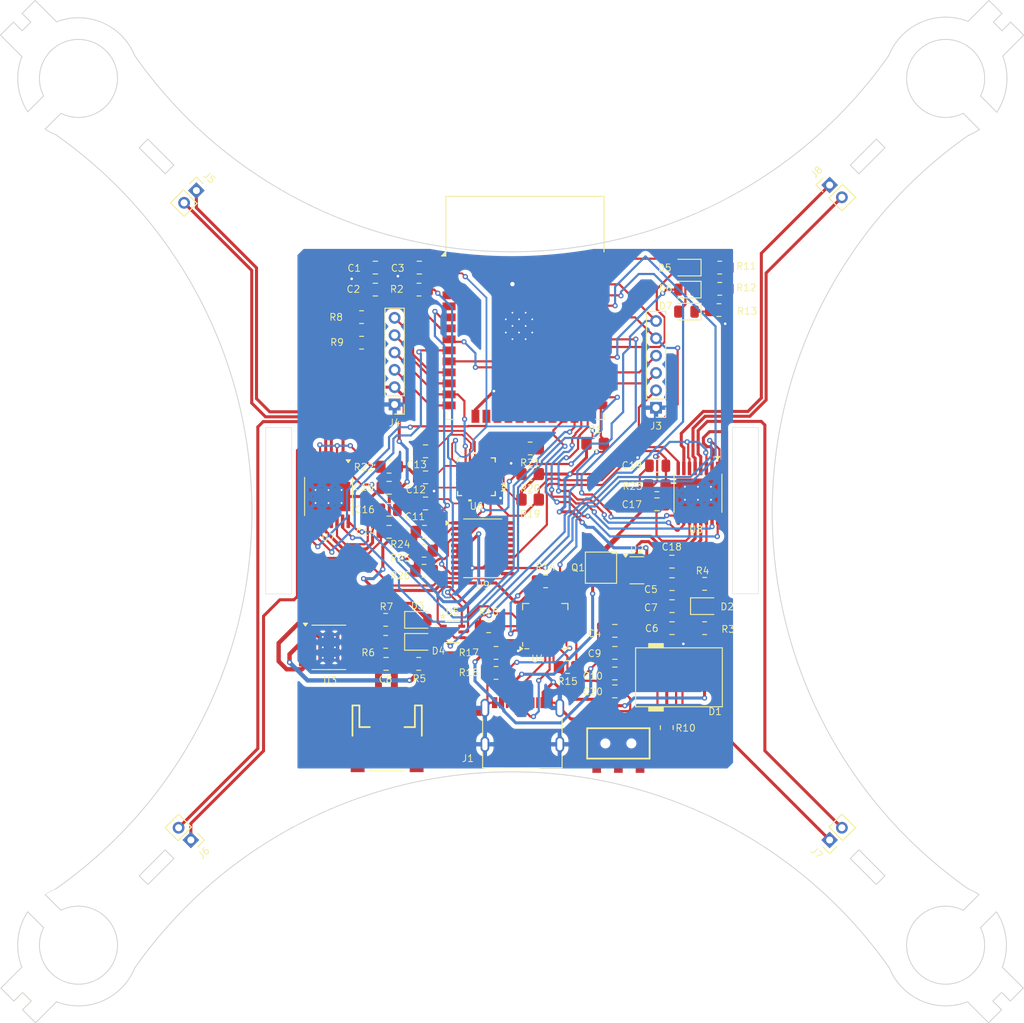
<source format=kicad_pcb>
(kicad_pcb (version 20241229) (generator "pcbnew") (generator_version "9.0")
  (title_block (title "Mni drone") (date "2025-06-18") (rev "1"))
  (layers (0 "F.Cu" signal) (2 "B.Cu" signal) (13 "F.Paste" user) (15 "B.Paste" user) (5 "F.SilkS" user "F.Silkscreen") (7 "B.SilkS" user "B.Silkscreen") (1 "F.Mask" user) (3 "B.Mask" user) (25 "Edge.Cuts" user))
  (net 0 "")
  (net 1 "GND")
  (net 2 "3.3V")
  (net 3 "/EN")
  (net 4 "Net-(D1-K)")
  (net 5 "Net-(U2-BP)")
  (net 6 "Net-(J2-+)")
  (net 7 "VBUS")
  (net 8 "Net-(U6-CPOUT)")
  (net 9 "Net-(U6-REGOUT)")
  (net 10 "Net-(U7-VCP)")
  (net 11 "+BATT")
  (net 12 "Net-(U7-VINT)")
  (net 13 "Net-(U8-VCP)")
  (net 14 "Net-(U8-VINT)")
  (net 15 "Net-(U4-VDD)")
  (net 16 "5V")
  (net 17 "Net-(D2-A)")
  (net 18 "Net-(D3-K)")
  (net 19 "Net-(D4-K)")
  (net 20 "/LED_3")
  (net 21 "Net-(D5-K)")
  (net 22 "Net-(D6-K)")
  (net 23 "/LED_2")
  (net 24 "/LED_1")
  (net 25 "Net-(D7-K)")
  (net 29 "/D-")
  (net 31 "/D+")
  (net 34 "/TXD2")
  (net 35 "/SCL")
  (net 36 "/RXD2")
  (net 37 "/SRV_3")
  (net 38 "/SRV_1")
  (net 39 "/SRV_2")
  (net 40 "/SRV_4")
  (net 41 "Net-(J5-Pin_2)")
  (net 42 "Net-(J5-Pin_1)")
  (net 43 "Net-(J6-Pin_1)")
  (net 44 "Net-(J6-Pin_2)")
  (net 45 "Net-(J7-Pin_2)")
  (net 46 "Net-(J7-Pin_1)")
  (net 47 "Net-(J8-Pin_2)")
  (net 48 "Net-(J8-Pin_1)")
  (net 49 "/IO0")
  (net 50 "Net-(U3-PROG)")
  (net 51 "Net-(U3-~{STDBY})")
  (net 52 "Net-(U3-~{CHRG})")
  (net 53 "/ADC_BAT")
  (net 54 "Net-(SW1A-C)")
  (net 55 "/RX")
  (net 56 "Net-(U4-TXD)")
  (net 57 "Net-(U4-~{RST})")
  (net 58 "/TX")
  (net 59 "Net-(U4-RXD)")
  (net 60 "Net-(U4-VBUS)")
  (net 61 "Net-(U6-AD0)")
  (net 62 "Net-(U7-AISEN)")
  (net 63 "Net-(U8-AISEN)")
  (net 64 "/EXI5")
  (net 65 "LDD_EN")
  (net 68 "/A_MOT_1")
  (net 70 "/B_MOT_1")
  (net 71 "/A_MOT_4")
  (net 73 "/B_MOT_4")
  (net 74 "/A_MOT_2")
  (net 77 "/A_MOT_3")
  (net 78 "/B_MOT_2")
  (net 79 "/B_MOT_3")
  (net 93 "/Debug USB/RTS")
  (net 96 "/Debug USB/DTR")
  (net 116 "/motor_driver/Sl1")
  (net 117 "/motor_driver/Fault1")
  (net 118 "/motor_driver/Sl2")
  (net 119 "/motor_driver/Fault2")
  (net 128 "/SDA")
  (footprint "Capacitor_SMD:C_0805_2012Metric" (layer "F.Cu") (at 109.6108 103.5775 180)
    (property "Reference" "C12")
    (property "Value" "10uF")
  )
  (footprint "RF_Module:ESP32-WROOM-32" (layer "F.Cu") (at 121.075 87.015)
    (property "Reference" "U1" (hide yes))
    (property "Value" "ESP32-WROOM-32")
  )
  (footprint "LED_SMD:LED_0805_2012Metric" (layer "F.Cu") (at 108.8875 120.015)
    (property "Reference" "D3")
    (property "Value" "LED")
  )
  (footprint "Capacitor_SMD:C_0805_2012Metric" (layer "F.Cu") (at 136.2964 106.68)
    (property "Reference" "C17")
    (property "Value" "0.01uF")
  )
  (footprint "Connector_PinHeader_2.00mm:PinHeader_1x02_P2.00mm_Vertical" (layer "F.Cu") (at 83.185 70.485 -45)
    (property "Reference" "J5")
    (property "Value" "Conn_01x02_Socket")
  )
  (footprint "Capacitor_SMD:C_0805_2012Metric" (layer "F.Cu") (at 105.41 104.775 180)
    (property "Reference" "C15")
    (property "Value" "10uF")
  )
  (footprint "Capacitor_SMD:C_0805_2012Metric" (layer "F.Cu") (at 108.9 79.375 180)
    (property "Reference" "C3")
    (property "Value" "0.1uF")
  )
  (footprint "Capacitor_SMD:C_0805_2012Metric" (layer "F.Cu") (at 105.41 107.315 180)
    (property "Reference" "C16")
    (property "Value" "2.2uF")
  )
  (footprint "Capacitor_SMD:C_0805_2012Metric" (layer "F.Cu") (at 131.445 121.285 180)
    (property "Reference" "C4")
    (property "Value" "10u")
  )
  (footprint "Package_DFN_QFN:QFN-28-1EP_5x5mm_P0.5mm_EP3.35x3.35mm" (layer "F.Cu") (at 123.42 120.74 90)
    (property "Reference" "U4")
    (property "Value" "CP2102N-Axx-xQFN28")
  )
  (footprint "Package_TO_SOT_SMD:SOT-23-5" (layer "F.Cu") (at 133.985 114.3)
    (property "Reference" "U2")
    (property "Value" "MIC5219-3.3YM5")
  )
  (footprint "MPU-6050:QFN24_4X4X0P9-0P5_TDK" (layer "F.Cu") (at 115.4811 103.505 180)
    (property "Reference" "U6")
    (property "Value" "MPU-6050")
  )
  (footprint "Resistor_SMD:R_0805_2012Metric_Pad1.20x1.40mm_HandSolder" (layer "F.Cu") (at 123.46 115.57)
    (property "Reference" "R14")
    (property "Value" "1k")
  )
  (footprint "Resistor_SMD:R_0805_2012Metric_Pad1.20x1.40mm_HandSolder" (layer "F.Cu") (at 109.49 109.855)
    (property "Reference" "R24")
    (property "Value" "10k")
  )
  (footprint "Capacitor_SMD:C_0805_2012Metric" (layer "F.Cu") (at 138.035413 118.434716)
    (property "Reference" "C7")
    (property "Value" "10uF")
  )
  (footprint "Resistor_SMD:R_0805_2012Metric_Pad1.20x1.40mm_HandSolder" (layer "F.Cu") (at 102.235 88.04 180)
    (property "Reference" "R9")
    (property "Value" "100k")
  )
  (footprint "Capacitor_SMD:C_0805_2012Metric" (layer "F.Cu") (at 103.825 81.915 180)
    (property "Reference" "C2")
    (property "Value" "1uF")
  )
  (footprint "Resistor_SMD:R_0805_2012Metric_Pad1.20x1.40mm_HandSolder" (layer "F.Cu") (at 129.175 99.695)
    (property "Reference" "R1")
    (property "Value" "10k")
  )
  (footprint "Resistor_SMD:R_0805_2012Metric_Pad1.20x1.40mm_HandSolder" (layer "F.Cu") (at 108.855 81.915)
    (property "Reference" "R2")
    (property "Value" "10k")
  )
  (footprint "Resistor_SMD:R_0805_2012Metric_Pad1.20x1.40mm_HandSolder" (layer "F.Cu") (at 141.795413 120.974716 180)
    (property "Reference" "R3")
    (property "Value" "100k")
  )
  (footprint "Capacitor_SMD:C_0805_2012Metric" (layer "F.Cu") (at 138.035413 120.974716)
    (property "Reference" "C6")
    (property "Value" "470pF")
  )
  (footprint "Capacitor_SMD:C_0805_2012Metric" (layer "F.Cu") (at 131.445 126.2)
    (property "Reference" "C10")
    (property "Value" "10uF")
  )
  (footprint "Package_SO:SSOP-20_4.4x6.5mm_P0.65mm" (layer "F.Cu") (at 116.205 111.76)
    (property "Reference" "U9")
    (property "Value" "PCF8574ATS")
  )
  (footprint "Connector_PinHeader_2.00mm:PinHeader_1x06_P2.00mm_Vertical" (layer "F.Cu") (at 136.1925 95.535 180)
    (property "Reference" "J3")
    (property "Value" "Conn_01x06_Socket")
  )
  (footprint "Resistor_SMD:R_0805_2012Metric_Pad1.20x1.40mm_HandSolder" (layer "F.Cu") (at 102.235 85.09)
    (property "Reference" "R8")
    (property "Value" "100k")
  )
  (footprint "Resistor_SMD:R_0805_2012Metric_Pad1.20x1.40mm_HandSolder" (layer "F.Cu") (at 143.4475 84.275)
    (property "Reference" "R13")
    (property "Value" "1k")
  )
  (footprint "LED_SMD:LED_0805_2012Metric" (layer "F.Cu") (at 139.7 79.375 180)
    (property "Reference" "D5")
    (property "Value" "LED")
  )
  (footprint "DDC114TU-7-F:SOT_363_DIO" (layer "F.Cu") (at 112.7252 121.412)
    (property "Reference" "U5")
    (property "Value" "DDC114TU-7-F")
  )
  (footprint "Resistor_SMD:R_0805_2012Metric_Pad1.20x1.40mm_HandSolder" (layer "F.Cu") (at 141.795413 115.864716)
    (property "Reference" "R4")
    (property "Value" "470R")
  )
  (footprint "Resistor_SMD:R_0805_2012Metric_Pad1.20x1.40mm_HandSolder" (layer "F.Cu") (at 143.5425 81.825)
    (property "Reference" "R12")
    (property "Value" "1k")
  )
  (footprint "Connector_PinHeader_2.00mm:PinHeader_1x02_P2.00mm_Vertical" (layer "F.Cu") (at 156.21 69.85 45)
    (property "Reference" "J8")
    (property "Value" "Conn_01x02_Socket")
  )
  (footprint "PCM_Diode_SMD_AKL:D_SMC" (layer "F.Cu") (at 138.8364 126.6444)
    (property "Reference" "D1")
    (property "Value" "SS34" (hide yes))
  )
  (footprint "SparkFun-Connector:JST_SMD_2.0mm-2" (layer "F.Cu") (at 105.185 134.39 180)
    (property "Reference" "J2")
    (property "Value" "JST_2mm_LiPo")
  )
  (footprint "Capacitor_SMD:C_0805_2012Metric" (layer "F.Cu") (at 109.6108 106.5875 180)
    (property "Reference" "C11")
    (property "Value" "0.1uF")
  )
  (footprint "Resistor_SMD:R_0805_2012Metric_Pad1.20x1.40mm_HandSolder" (layer "F.Cu") (at 143.5425 79.375)
    (property "Reference" "R11")
    (property "Value" "1k")
  )
  (footprint "LED_SMD:LED_0805_2012Metric" (layer "F.Cu") (at 139.7 81.915 180)
    (property "Reference" "D6")
    (property "Value" "LED")
  )
  (footprint "Resistor_SMD:R_0805_2012Metric_Pad1.20x1.40mm_HandSolder" (layer "F.Cu") (at 117.745 126.14)
    (property "Reference" "R18")
    (property "Value" "47.5k")
  )
  (footprint "Resistor_SMD:R_0805_2012Metric_Pad1.20x1.40mm_HandSolder" (layer "F.Cu") (at 109.447563 112.042073 180)
    (property "Reference" "R25")
    (property "Value" "10k")
  )
  (footprint "Capacitor_SMD:C_0805_2012Metric" (layer "F.Cu") (at 131.445 123.825)
    (property "Reference" "C9")
    (property "Value" "0.1uF")
  )
  (footprint "Capacitor_SMD:C_0805_2012Metric" (layer "F.Cu") (at 136.379243 102.235)
    (property "Reference" "C19")
    (property "Value" "10uF")
  )
  (footprint "Connector_PinHeader_2.00mm:PinHeader_1x02_P2.00mm_Vertical" (layer "F.Cu") (at 156.21 145.415 135)
    (property "Reference" "J7")
    (property "Value" "Conn_01x02_Socket")
  )
  (footprint "Connector_PinHeader_2.00mm:PinHeader_1x02_P2.00mm_Vertical" (layer "F.Cu") (at 82.55 145.415 -135)
    (property "Reference" "J6")
    (property "Value" "Conn_01x02_Socket")
  )
  (footprint "Resistor_SMD:R_0805_2012Metric_Pad1.20x1.40mm_HandSolder" (layer "F.Cu") (at 105.41 102.35)
    (property "Reference" "R22")
    (property "Value" "200m")
  )
  (footprint "Resistor_SMD:R_0805_2012Metric_Pad1.20x1.40mm_HandSolder" (layer "F.Cu") (at 109.440193 114.354449 180)
    (property "Reference" "R26")
    (property "Value" "10k")
  )
  (footprint "Resistor_SMD:R_0805_2012Metric_Pad1.20x1.40mm_HandSolder" (layer "F.Cu") (at 117.745 123.825)
    (property "Reference" "R17")
    (property "Value" "22.1k")
  )
  (footprint "Resistor_SMD:R_0805_2012Metric_Pad1.20x1.40mm_HandSolder" (layer "F.Cu") (at 136.29347 104.492629)
    (property "Reference" "R23")
    (property "Value" "200m")
  )
  (footprint "Package_SO:HTSSOP-16-1EP_4.4x5mm_P0.65mm_EP3.4x5mm_Mask2.46x2.31mm_ThermalVias" (layer "F.Cu") (at 98.425 105.785 -90)
    (property "Reference" "U7")
    (property "Value" "DRV8833PWP")
  )
  (footprint "Capacitor_SMD:C_0805_2012Metric" (layer "F.Cu") (at 138.035413 115.894716)
    (property "Reference" "C5")
    (property "Value" "22uF")
  )
  (footprint "Connector_PinHeader_2.00mm:PinHeader_1x06_P2.00mm_Vertical" (layer "F.Cu") (at 106.045 95.17 180)
    (property "Reference" "J4")
    (property "Value" "Conn_01x06_Socket")
  )
  (footprint "Resistor_SMD:R_0805_2012Metric_Pad1.20x1.40mm_HandSolder" (layer "F.Cu") (at 116.8908 120.7516)
    (property "Reference" "R16")
    (property "Value" "1k")
  )
  (footprint "Resistor_SMD:R_0805_2012Metric_Pad1.20x1.40mm_HandSolder" (layer "F.Cu") (at 125.999532 125.459747 180)
    (property "Reference" "R15")
    (property "Value" "10k")
  )
  (footprint "Capacitor_SMD:C_0805_2012Metric" (layer "F.Cu") (at 105.41 109.855 180)
    (property "Reference" "C14")
    (property "Value" "0.01uF")
  )
  (footprint "Capacitor_SMD:C_0805_2012Metric" (layer "F.Cu") (at 105.065 125.095)
    (property "Reference" "C8")
    (property "Value" "10uF")
  )
  (footprint "LED_SMD:LED_0805_2012Metric" (layer "F.Cu") (at 108.8875 122.555)
    (property "Reference" "D4")
    (property "Value" "LED")
  )
  (footprint "Resistor_SMD:R_0805_2012Metric_Pad1.20x1.40mm_HandSolder" (layer "F.Cu") (at 121.6758 100.2425 180)
    (property "Reference" "R21")
    (property "Value" "4.7k")
  )
  (footprint "Connector_USB:USB_C_Receptacle_G-Switch_GT-USB-7010ASV" (layer "F.Cu") (at 120.775 133.3)
    (property "Reference" "J1")
    (property "Value" "USB_C_Receptacle_USB2.0_16P")
  )
  (footprint "Resistor_SMD:R_0805_2012Metric_Pad1.20x1.40mm_HandSolder" (layer "F.Cu") (at 108.825 125.095 180)
    (property "Reference" "R5")
    (property "Value" "3.3k")
  )
  (footprint "Capacitor_SMD:C_0805_2012Metric" (layer "F.Cu") (at 103.825 79.375 180)
    (property "Reference" "C1")
    (property "Value" "10uF")
  )
  (footprint "PCM_Package_TO_SOT_SMD_AKL:SOT-23" (layer "F.Cu") (at 129.8448 113.9952 90)
    (property "Reference" "Q1")
    (property "Value" "AO3401A" (hide yes))
  )
  (footprint "Resistor_SMD:R_0805_2012Metric_Pad1.20x1.40mm_HandSolder" (layer "F.Cu") (at 105.015 122.555 180)
    (property "Reference" "R6")
    (property "Value" "1.3k")
  )
  (footprint "SparkFun-Switch:Slide_DPDT_SMD_7.2x3.5mm" (layer "F.Cu") (at 131.85 134.27 -90)
    (property "Reference" "SW1")
    (property "Value" "SW_DPDT_x2")
  )
  (footprint "LED_SMD:LED_0805_2012Metric" (layer "F.Cu") (at 141.857913 118.434716)
    (property "Reference" "D2")
    (property "Value" "LED")
  )
  (footprint "Resistor_SMD:R_0805_2012Metric_Pad1.20x1.40mm_HandSolder" (layer "F.Cu") (at 137.43 132.445 -90)
    (property "Reference" "R10")
    (property "Value" "100k")
  )
  (footprint "Capacitor_SMD:C_0805_2012Metric" (layer "F.Cu") (at 138.018608 113.300607)
    (property "Reference" "C18")
    (property "Value" "2.2uF")
  )
  (footprint "Resistor_SMD:R_0805_2012Metric_Pad1.20x1.40mm_HandSolder" (layer "F.Cu") (at 121.6758 103.1925 180)
    (property "Reference" "R20")
    (property "Value" "10k")
  )
  (footprint "Capacitor_SMD:C_0805_2012Metric" (layer "F.Cu") (at 131.445 128.27)
    (property "Reference" "C20")
    (property "Value" "1uF")
  )
  (footprint "LED_SMD:LED_0805_2012Metric" (layer "F.Cu") (at 139.7 84.455 180)
    (property "Reference" "D7")
    (property "Value" "LED")
  )
  (footprint "Package_SO:HTSSOP-16-1EP_4.4x5mm_P0.65mm_EP3.4x5mm_Mask2.46x2.31mm_ThermalVias" (layer "F.Cu") (at 141.025 105.41 -90)
    (property "Reference" "U8")
    (property "Value" "DRV8833PWP")
  )
  (footprint "Package_SO:SOIC-8-1EP_3.9x4.9mm_P1.27mm_EP2.41x3.3mm_ThermalVias" (layer "F.Cu") (at 98.46 123.19)
    (property "Reference" "U3")
    (property "Value" "TP4056-42-ESOP8")
  )
  (footprint "Resistor_SMD:R_0805_2012Metric_Pad1.20x1.40mm_HandSolder" (layer "F.Cu") (at 121.6758 106.1425 180)
    (property "Reference" "R19")
    (property "Value" "10k")
  )
  (footprint "Capacitor_SMD:C_0805_2012Metric" (layer "F.Cu") (at 109.6108 100.5675 180)
    (property "Reference" "C13")
    (property "Value" "0.1uF")
  )
  (footprint "Resistor_SMD:R_0805_2012Metric_Pad1.20x1.40mm_HandSolder" (layer "F.Cu") (at 105.015 120.015 180)
    (property "Reference" "R7")
    (property "Value" "1.3k")
  )
  (gr_line (start 178.54008 162.500947) (end 176.122656 160.083523) (stroke (width 0.1)) (layer "Edge.Cuts"))
  (gr_line (start 62.090333 51.0512) (end 60.590333 52.5512) (stroke (width 0.1)) (layer "Edge.Cuts"))
  (gr_line (start 175.090333 51.0512) (end 176.090333 52.0512) (stroke (width 0.1)) (layer "Edge.Cuts"))
  (gr_line (start 174.590333 48.5512) (end 172.172909 50.968684) (stroke (width 0.1)) (layer "Edge.Cuts"))
  (gr_line (start 148 117) (end 145.0028 117) (stroke (width 0.05)) (layer "Edge.Cuts"))
  (gr_line (start 67.060734 164.078201) (end 64.641142 166.501504) (stroke (width 0.1)) (layer "Edge.Cuts"))
  (gr_line (start 94.165142 97.821807) (end 94.165142 117.024207) (stroke (width 0.05)) (layer "Edge.Cuts"))
  (gr_line (start 64.090333 51.0512) (end 63.090333 52.0512) (stroke (width 0.1)) (layer "Edge.Cuts"))
  (gr_line (start 79.590333 68.5512) (end 76.590333 65.5512) (stroke (width 0.1)) (layer "Edge.Cuts"))
  (gr_line (start 76.590333 149.5512) (end 79.590333 146.5512) (stroke (width 0.1)) (layer "Edge.Cuts"))
  (gr_line (start 60.590333 52.5512) (end 63.062621 55.023488) (stroke (width 0.1)) (layer "Edge.Cuts"))
  (gr_arc (start 163.030648 54.911054) (mid 166.790329 51.058143) (end 172.172904 50.968638) (stroke (width 0.1)) (layer "Edge.Cuts"))
  (gr_line (start 176.090333 50.0512) (end 175.090333 51.0512) (stroke (width 0.1)) (layer "Edge.Cuts"))
  (gr_line (start 173.611089 59.571965) (end 175.48931 61.450157) (stroke (width 0.1)) (layer "Edge.Cuts"))
  (gr_line (start 63.090333 52.0512) (end 62.090333 51.0512) (stroke (width 0.1)) (layer "Edge.Cuts"))
  (gr_line (start 162.590333 149.5512) (end 161.590333 150.5512) (stroke (width 0.1)) (layer "Edge.Cuts"))
  (gr_line (start 148 97.8484) (end 148 117) (stroke (width 0.05)) (layer "Edge.Cuts"))
  (gr_line (start 176.172893 54.96863) (end 178.590333 52.5512) (stroke (width 0.1)) (layer "Edge.Cuts"))
  (gr_line (start 64.141142 164.001504) (end 63.141142 165.001504) (stroke (width 0.1)) (layer "Edge.Cuts"))
  (gr_line (start 148 97.8484) (end 145.0028 97.7976) (stroke (width 0.05)) (layer "Edge.Cuts"))
  (gr_arc (start 63.742634 61.398899) (mid 62.629784 58.293626) (end 63.062621 55.023488) (stroke (width 0.1)) (layer "Edge.Cuts"))
  (gr_line (start 77.590333 150.5512) (end 76.590333 149.5512) (stroke (width 0.1)) (layer "Edge.Cuts"))
  (gr_arc (start 173.611093 155.53044) (mid 166.408284 160.733184) (end 171.611093 153.53044) (stroke (width 0.1)) (layer "Edge.Cuts"))
  (gr_arc (start 163.030636 54.911054) (mid 119.559771 77.551215) (end 76.080169 54.927837) (stroke (width 0.1)) (layer "Edge.Cuts"))
  (gr_line (start 175.438011 153.703522) (end 173.611093 155.53044) (stroke (width 0.1)) (layer "Edge.Cuts"))
  (gr_arc (start 67.062641 51.023509) (mid 72.371623 51.127465) (end 76.080169 54.927834) (stroke (width 0.1)) (layer "Edge.Cuts"))
  (gr_arc (start 67.569574 153.530441) (mid 72.772306 160.733179) (end 65.569573 155.53044) (stroke (width 0.1)) (layer "Edge.Cuts"))
  (gr_line (start 176.04008 165.000947) (end 175.04008 164.000947) (stroke (width 0.1)) (layer "Edge.Cuts"))
  (gr_line (start 175.04008 164.000947) (end 176.04008 163.000947) (stroke (width 0.1)) (layer "Edge.Cuts"))
  (gr_line (start 172.122656 164.083523) (end 174.54008 166.500947) (stroke (width 0.1)) (layer "Edge.Cuts"))
  (gr_arc (start 66.95855 64.037627) (mid 66.334899 63.748146) (end 65.742653 63.398881) (stroke (width 0.1)) (layer "Edge.Cuts"))
  (gr_line (start 76.590333 65.5512) (end 77.590333 64.5512) (stroke (width 0.1)) (layer "Edge.Cuts"))
  (gr_line (start 158.590333 67.5512) (end 161.590333 64.5512) (stroke (width 0.1)) (layer "Edge.Cuts"))
  (gr_arc (start 172.120491 164.077938) (mid 166.814404 163.977286) (end 163.103906 160.182983) (stroke (width 0.1)) (layer "Edge.Cuts"))
  (gr_line (start 162.590333 65.5512) (end 159.590333 68.5512) (stroke (width 0.1)) (layer "Edge.Cuts"))
  (gr_line (start 80.590333 147.5512) (end 77.590333 150.5512) (stroke (width 0.1)) (layer "Edge.Cuts"))
  (gr_line (start 77.590333 64.5512) (end 80.590333 67.5512) (stroke (width 0.1)) (layer "Edge.Cuts"))
  (gr_arc (start 76.07676 160.182981) (mid 119.590333 137.5512) (end 163.103906 160.182981) (stroke (width 0.1)) (layer "Edge.Cuts"))
  (gr_line (start 177.090333 51.0512) (end 176.090333 52.0512) (stroke (width 0.1)) (layer "Edge.Cuts"))
  (gr_line (start 174.54008 166.500947) (end 176.04008 165.000947) (stroke (width 0.1)) (layer "Edge.Cuts"))
  (gr_line (start 145.0028 117) (end 145.0028 97.7976) (stroke (width 0.05)) (layer "Edge.Cuts"))
  (gr_line (start 63.141142 163.001504) (end 64.141142 164.001504) (stroke (width 0.1)) (layer "Edge.Cuts"))
  (gr_arc (start 63.058566 160.08408) (mid 62.623994 156.809847) (end 63.737915 153.700403) (stroke (width 0.1)) (layer "Edge.Cuts"))
  (gr_line (start 91.167942 97.821807) (end 94.165142 97.821807) (stroke (width 0.05)) (layer "Edge.Cuts"))
  (gr_arc (start 171.611093 61.57196) (mid 166.408297 54.369224) (end 173.611089 59.571965) (stroke (width 0.1)) (layer "Edge.Cuts"))
  (gr_line (start 79.590333 146.5512) (end 80.590333 147.5512) (stroke (width 0.1)) (layer "Edge.Cuts"))
  (gr_line (start 67.569573 61.57196) (end 65.742654 63.398879) (stroke (width 0.1)) (layer "Edge.Cuts"))
  (gr_arc (start 172.213696 151.061364) (mid 149.590318 107.581762) (end 172.230479 64.110897) (stroke (width 0.1)) (layer "Edge.Cuts"))
  (gr_line (start 158.590333 147.5512) (end 159.590333 146.5512) (stroke (width 0.1)) (layer "Edge.Cuts"))
  (gr_arc (start 176.172894 54.96863) (mid 176.622382 58.292847) (end 175.48931 61.450157) (stroke (width 0.1)) (layer "Edge.Cuts"))
  (gr_line (start 63.141142 165.001504) (end 64.641142 166.501504) (stroke (width 0.1)) (layer "Edge.Cuts"))
  (gr_line (start 62.141142 164.001504) (end 63.141142 163.001504) (stroke (width 0.1)) (layer "Edge.Cuts"))
  (gr_arc (start 173.489309 63.450175) (mid 172.876538 63.812246) (end 172.230477 64.110892) (stroke (width 0.1)) (layer "Edge.Cuts"))
  (gr_arc (start 76.076762 160.182981) (mid 72.366576 163.977126) (end 67.060844 164.078201) (stroke (width 0.1)) (layer "Edge.Cuts"))
  (gr_line (start 94.165142 117.024207) (end 91.167942 117.024207) (stroke (width 0.05)) (layer "Edge.Cuts"))
  (gr_line (start 67.062641 51.023508) (end 64.590333 48.5512) (stroke (width 0.1)) (layer "Edge.Cuts"))
  (gr_line (start 63.058566 160.084077) (end 60.641142 162.501504) (stroke (width 0.1)) (layer "Edge.Cuts"))
  (gr_line (start 171.611093 153.53044) (end 173.438012 151.703521) (stroke (width 0.1)) (layer "Edge.Cuts"))
  (gr_line (start 80.590333 67.5512) (end 79.590333 68.5512) (stroke (width 0.1)) (layer "Edge.Cuts"))
  (gr_line (start 177.04008 164.000947) (end 178.54008 162.500947) (stroke (width 0.1)) (layer "Edge.Cuts"))
  (gr_line (start 159.590333 68.5512) (end 158.590333 67.5512) (stroke (width 0.1)) (layer "Edge.Cuts"))
  (gr_line (start 161.590333 64.5512) (end 162.590333 65.5512) (stroke (width 0.1)) (layer "Edge.Cuts"))
  (gr_arc (start 175.443018 153.700228) (mid 176.556943 156.809455) (end 176.122656 160.083523) (stroke (width 0.1)) (layer "Edge.Cuts"))
  (gr_line (start 65.569573 155.530413) (end 63.737915 153.700407) (stroke (width 0.1)) (layer "Edge.Cuts"))
  (gr_line (start 60.641142 162.501504) (end 62.141142 164.001504) (stroke (width 0.1)) (layer "Edge.Cuts"))
  (gr_line (start 65.742655 151.703522) (end 67.569574 153.530441) (stroke (width 0.1)) (layer "Edge.Cuts"))
  (gr_arc (start 172.213696 151.061363) (mid 172.841748 151.35214) (end 173.438013 151.703519) (stroke (width 0.1)) (layer "Edge.Cuts"))
  (gr_line (start 176.04008 163.000947) (end 177.04008 164.000947) (stroke (width 0.1)) (layer "Edge.Cuts"))
  (gr_line (start 177.090333 51.0512) (end 178.590333 52.5512) (stroke (width 0.1)) (layer "Edge.Cuts"))
  (gr_arc (start 65.742653 151.703516) (mid 66.3349 151.354252) (end 66.958552 151.064771) (stroke (width 0.05)) (layer "Edge.Cuts"))
  (gr_line (start 159.590333 146.5512) (end 162.590333 149.5512) (stroke (width 0.1)) (layer "Edge.Cuts"))
  (gr_arc (start 65.569574 59.571959) (mid 72.772326 54.369221) (end 67.569573 61.57196) (stroke (width 0.1)) (layer "Edge.Cuts"))
  (gr_line (start 174.590333 48.5512) (end 176.090333 50.0512) (stroke (width 0.1)) (layer "Edge.Cuts"))
  (gr_line (start 171.611091 61.57196) (end 173.489309 63.450175) (stroke (width 0.1)) (layer "Edge.Cuts"))
  (gr_arc (start 66.958552 64.037627) (mid 89.590333 107.5512) (end 66.958552 151.064773) (stroke (width 0.1)) (layer "Edge.Cuts"))
  (gr_line (start 161.590333 150.5512) (end 158.590333 147.5512) (stroke (width 0.1)) (layer "Edge.Cuts"))
  (gr_line (start 63.742634 61.398899) (end 65.569574 59.571959) (stroke (width 0.1)) (layer "Edge.Cuts"))
  (gr_line (start 64.590333 48.5512) (end 63.090333 50.0512) (stroke (width 0.1)) (layer "Edge.Cuts"))
  (gr_line (start 63.090333 50.0512) (end 64.090333 51.0512) (stroke (width 0.1)) (layer "Edge.Cuts"))
  (gr_line (start 91.167942 117.024207) (end 91.167942 97.821807) (stroke (width 0.05)) (layer "Edge.Cuts"))
  (segment (start 124.495 129.575) (end 125.095 130.175) (width 0.25) (layer "F.Cu") (net 1))
  (segment (start 115.365 95.7598) (end 117.5004 93.6244) (width 0.35) (layer "F.Cu") (net 1))
  (segment (start 104.46 104.775) (end 104.46 104.3) (width 0.35) (layer "F.Cu") (net 1))
  (segment (start 98.75 106.11) (end 98.425 105.785) (width 0.35) (layer "F.Cu") (net 1))
  (segment (start 110.5608 101.6775) (end 108.6608 103.5775) (width 0.2) (layer "F.Cu") (net 1))
  (segment (start 141.35 108.2725) (end 141.35 106) (width 0.35) (layer "F.Cu") (net 1))
  (segment (start 114.730911 101.5111) (end 114.730911 100.361128) (width 0.2) (layer "F.Cu") (net 1))
  (segment (start 116.258352 114.035) (end 118.208352 112.085) (width 0.35) (layer "F.Cu") (net 1))
  (segment (start 121.92 86.8675) (end 121.1575 86.105) (width 0.35) (layer "F.Cu") (net 1))
  (segment (start 133.214 130.3736) (end 133.0436 130.544) (width 0.25) (layer "F.Cu") (net 1))
  (segment (start 95.985 123.825) (end 97.825 123.825) (width 0.5) (layer "F.Cu") (net 1))
  (segment (start 98.75 108.6475) (end 98.75 106.11) (width 0.35) (layer "F.Cu") (net 1))
  (segment (start 120.395 85.3425) (end 121.1575 86.105) (width 0.35) (layer "F.Cu") (net 1))
  (segment (start 140.920413 118.434716) (end 140.920413 120.849716) (width 0.35) (layer "F.Cu") (net 1))
  (segment (start 144.5425 81.825) (end 144.5425 84.18) (width 0.35) (layer "F.Cu") (net 1))
  (segment (start 133.0436 130.544) (end 130.251 130.544) (width 0.25) (layer "F.Cu") (net 1))
  (segment (start 121.92 85.3425) (end 121.1575 84.58) (width 0.35) (layer "F.Cu") (net 1))
  (segment (start 97.825 123.825) (end 98.46 123.19) (width 0.5) (layer "F.Cu") (net 1))
  (segment (start 137.329243 102.235) (end 137.329243 104.456856) (width 0.25) (layer "F.Cu") (net 1))
  (segment (start 140.795413 120.974716) (end 140.555 121.215129) (width 0.35) (layer "F.Cu") (net 1))
  (segment (start 121.6748 101.2435) (end 120.1937 101.2435) (width 0.2) (layer "F.Cu") (net 1))
  (segment (start 144.5425 79.375) (end 144.5425 81.825) (width 0.35) (layer "F.Cu") (net 1))
  (segment (start 110.5608 100.5675) (end 110.5608 101.6775) (width 0.2) (layer "F.Cu") (net 1))
  (segment (start 133.936 113.873999) (end 133.509999 114.3) (width 0.35) (layer "F.Cu") (net 1))
  (segment (start 133.936 111.571095) (end 133.936 113.873999) (width 0.35) (layer "F.Cu") (net 1))
  (segment (start 114.730911 100.361128) (end 114.8484 100.243639) (width 0.2) (layer "F.Cu") (net 1))
  (segment (start 137.329243 102.235) (end 137.329243 101.416471) (width 0.25) (layer "F.Cu") (net 1))
  (segment (start 140.920413 120.849716) (end 140.795413 120.974716) (width 0.35) (layer "F.Cu") (net 1))
  (segment (start 126.365 131.445) (end 125.095 130.175) (width 0.35) (layer "F.Cu") (net 1))
  (segment (start 102.875 79.375) (end 102.3874 79.375) (width 0.35) (layer "F.Cu") (net 1))
  (segment (start 114.8484 99.654361) (end 113.856845 98.662806) (width 0.2) (layer "F.Cu") (net 1))
  (segment (start 141.35 110.817702) (end 141.35 108.2725) (width 0.35) (layer "F.Cu") (net 1))
  (segment (start 138.219608 112.149607) (end 140.018095 112.149607) (width 0.35) (layer "F.Cu") (net 1))
  (segment (start 132.395 123.825) (end 132.395 126.2) (width 0.25) (layer "F.Cu") (net 1))
  (segment (start 141.35 106) (end 141.35 105.735) (width 0.35) (layer "F.Cu") (net 1))
  (segment (start 102.259 82.531) (end 102.875 81.915) (width 0.25) (layer "F.Cu") (net 1))
  (segment (start 113.33 114.035) (end 115 114.035) (width 0.35) (layer "F.Cu") (net 1))
  (segment (start 136.449313 100.536541) (end 134.813239 100.536541) (width 0.25) (layer "F.Cu") (net 1))
  (segment (start 137.329243 101.416471) (end 136.449313 100.536541) (width 0.25) (layer "F.Cu") (net 1))
  (segment (start 138.985413 115.894716) (end 138.985413 118.434716) (width 0.35) (layer "F.Cu") (net 1))
  (segment (start 95.985 121.285) (end 96.555 121.285) (width 0.35) (layer "F.Cu") (net 1))
  (segment (start 138.985413 118.434716) (end 140.920413 118.434716) (width 0.35) (layer "F.Cu") (net 1))
  (segment (start 102.875 79.375) (end 102.875 81.915) (width 0.35) (layer "F.Cu") (net 1))
  (segment (start 110.992285 104.755315) (end 110.5916 105.156) (width 0.2) (layer "F.Cu") (net 1))
  (segment (start 122.92 123.641154) (end 122.645154 123.916) (width 0.25) (layer "F.Cu") (net 1))
  (segment (start 140.018095 112.149607) (end 141.35 110.817702) (width 0.35) (layer "F.Cu") (net 1))
  (segment (start 144.4475 84.275) (end 144.4475 85.5749) (width 0.35) (layer "F.Cu") (net 1))
  (segment (start 123.42 120.74) (end 122.92 121.24) (width 0.25) (layer "F.Cu") (net 1))
  (segment (start 112.465494 98.662806) (end 110.5608 100.5675) (width 0.2) (layer "F.Cu") (net 1))
  (segment (start 118.87 86.8675) (end 119.6325 87.63) (width 0.35) (layer "F.Cu") (net 1))
  (segment (start 132.395 123.825) (end 132.395 123.185) (width 0.25) (layer "F.Cu") (net 1))
  (segment (start 108.6608 106.5875) (end 107.9333 107.315) (width 0.2) (layer "F.Cu") (net 1))
  (segment (start 133.214 129.089) (end 133.214 130.3736) (width 0.25) (layer "F.Cu") (net 1))
  (segment (start 129.825 78.765) (end 122.149 78.765) (width 0.35) (layer "F.Cu") (net 1))
  (segment (start 116.745 126.14) (end 116.745 129.885) (width 0.25) (layer "F.Cu") (net 1))
  (segment (start 141.35 105.735) (end 141.025 105.41) (width 0.35) (layer "F.Cu") (net 1))
  (segment (start 96.555 121.285) (end 98.46 123.19) (width 0.35) (layer "F.Cu") (net 1))
  (segment (start 107.9333 107.315) (end 106.36 107.315) (width 0.2) (layer "F.Cu") (net 1))
  (segment (start 132.395 123.185) (end 130.495 121.285) (width 0.25) (layer "F.Cu") (net 1))
  (segment (start 114.8484 100.243639) (end 114.8484 99.654361) (width 0.2) (layer "F.Cu") (net 1))
  (segment (start 117.475 105.1814) (end 118.2624 105.9688) (width 0.2) (layer "F.Cu") (net 1))
  (segment (start 122.149 78.765) (end 119.6325 81.2815) (width 0.35) (layer "F.Cu") (net 1))
  (segment (start 130.251 130.544) (end 129.35 131.445) (width 0.25) (layer "F.Cu") (net 1))
  (segment (start 107.4166 79.375) (end 106.426 80.3656) (width 0.35) (layer "F.Cu") (net 1))
  (segment (start 121.1575 87.63) (end 120.395 86.8675) (width 0.35) (layer "F.Cu") (net 1))
  (segment (start 132.395 126.2) (end 132.395 128.27) (width 0.25) (layer "F.Cu") (net 1))
  (segment (start 123.975 129.575) (end 124.495 129.575) (width 0.25) (layer "F.Cu") (net 1))
  (segment (start 106.41 102.35) (end 107.4333 102.35) (width 0.35) (layer "F.Cu") (net 1))
  (segment (start 118.87 85.3425) (end 119.6325 86.105) (width 0.35) (layer "F.Cu") (net 1))
  (segment (start 117.575 129.575) (end 117.055 129.575) (width 0.25) (layer "F.Cu") (net 1))
  (segment (start 122.92 123.19) (end 122.92 123.641154) (width 0.25) (layer "F.Cu") (net 1))
  (segment (start 115.94 130.69) (end 116.455 130.175) (width 0.8) (layer "F.Cu") (net 1))
  (segment (start 106.015 125.095) (end 107.825 125.095) (width 0.8) (layer "F.Cu") (net 1))
  (segment (start 115.365 96.525) (end 115.365 96.225) (width 0.35) (layer "F.Cu") (net 1))
  (segment (start 137.329243 104.456856) (end 137.29347 104.492629) (width 0.25) (layer "F.Cu") (net 1))
  (segment (start 103.45 105.785) (end 104.46 104.775) (width 0.35) (layer "F.Cu") (net 1))
  (segment (start 107.4333 102.35) (end 108.6608 103.5775) (width 0.35) (layer "F.Cu") (net 1))
  (segment (start 101.235 88.04) (end 102.259 87.016) (width 0.25) (layer "F.Cu") (net 1))
  (segment (start 106.015 125.095) (end 106.015 130.52) (width 0.8) (layer "F.Cu") (net 1))
  (segment (start 116.357 78.765) (end 118.87 81.278) (width 0.35) (layer "F.Cu") (net 1))
  (segment (start 106.015 130.52) (end 106.185 130.69) (width 0.8) (layer "F.Cu") (net 1))
  (segment (start 137.29347 104.492629) (end 140.107629 104.492629) (width 0.35) (layer "F.Cu") (net 1))
  (segment (start 104.46 104.3) (end 106.41 102.35) (width 0.35) (layer "F.Cu") (net 1))
  (segment (start 115 114.035) (end 116.258352 114.035) (width 0.35) (layer "F.Cu") (net 1))
  (segment (start 144.4475 85.5749) (end 144.1704 85.852) (width 0.35) (layer "F.Cu") (net 1))
  (segment (start 108.6608 103.5775) (end 108.6608 106.5875) (width 0.2) (layer "F.Cu") (net 1))
  (segment (start 113.856845 98.662806) (end 112.465494 98.662806) (width 0.2) (layer "F.Cu") (net 1))
  (segment (start 117.055 129.575) (end 116.455 130.175) (width 0.25) (layer "F.Cu") (net 1))
  (segment (start 106.185 130.69) (end 115.94 130.69) (width 0.8) (layer "F.Cu") (net 1))
  (segment (start 140.555 121.215129) (end 140.555 121.573) (width 0.35) (layer "F.Cu") (net 1))
  (segment (start 122.92 121.24) (end 122.92 123.19) (width 0.25) (layer "F.Cu") (net 1))
  (segment (start 120.614 123.916) (end 120.2944 123.5964) (width 0.25) (layer "F.Cu") (net 1))
  (segment (start 140.555 121.573) (end 139.3444 122.7836) (width 0.35) (layer "F.Cu") (net 1))
  (segment (start 102.3874 79.375) (end 101.092 80.6704) (width 0.35) (layer "F.Cu") (net 1))
  (segment (start 137.068608 113.300607) (end 137.068608 112.726103) (width 0.35) (layer "F.Cu") (net 1))
  (segment (start 122.6758 100.2425) (end 121.6748 101.2435) (width 0.2) (layer "F.Cu") (net 1))
  (segment (start 133.509999 114.3) (end 132.8475 114.3) (width 0.35) (layer "F.Cu") (net 1))
  (segment (start 140.795413 120.974716) (end 138.985413 120.974716) (width 0.35) (layer "F.Cu") (net 1))
  (segment (start 102.259 87.016) (end 102.259 82.531) (width 0.25) (layer "F.Cu") (net 1))
  (segment (start 118.208352 112.085) (end 119.08 112.085) (width 0.35) (layer "F.Cu") (net 1))
  (segment (start 120.395 86.8675) (end 119.6325 86.105) (width 0.35) (layer "F.Cu") (net 1))
  (segment (start 134.522895 110.9842) (end 133.936 111.571095) (width 0.35) (layer "F.Cu") (net 1))
  (segment (start 112.325 78.765) (end 116.357 78.765) (width 0.35) (layer "F.Cu") (net 1))
  (segment (start 118.87 84.58) (end 118.87 82.044) (width 0.35) (layer "F.Cu") (net 1))
  (segment (start 137.068608 112.726103) (end 135.326705 110.9842) (width 0.35) (layer "F.Cu") (net 1))
  (segment (start 118.87 81.278) (end 118.87 86.105) (width 0.35) (layer "F.Cu") (net 1))
  (segment (start 107.95 79.375) (end 107.4166 79.375) (width 0.35) (layer "F.Cu") (net 1))
  (segment (start 140.107629 104.492629) (end 140.8075 105.1925) (width 0.35) (layer "F.Cu") (net 1))
  (segment (start 113.4872 104.755315) (end 110.992285 104.755315) (width 0.2) (layer "F.Cu") (net 1))
  (segment (start 119.6325 84.58) (end 121.1575 84.58) (width 0.35) (layer "F.Cu") (net 1))
  (segment (start 118.87 82.044) (end 119.6325 81.2815) (width 0.35) (layer "F.Cu") (net 1))
  (segment (start 134.813239 100.536541) (end 134.05969 101.29009) (width 0.25) (layer "F.Cu") (net 1))
  (segment (start 119.6325 81.2815) (end 119.6325 84.58) (width 0.35) (layer "F.Cu") (net 1))
  (segment (start 116.745 129.885) (end 116.455 130.175) (width 0.25) (layer "F.Cu") (net 1))
  (segment (start 132.395 128.27) (end 133.214 129.089) (width 0.25) (layer "F.Cu") (net 1))
  (segment (start 129.35 131.445) (end 126.365 131.445) (width 0.35) (layer "F.Cu") (net 1))
  (segment (start 140.8075 105.1925) (end 141.025 105.41) (width 0.35) (layer "F.Cu") (net 1))
  (segment (start 122.645154 123.916) (end 120.614 123.916) (width 0.25) (layer "F.Cu") (net 1))
  (segment (start 135.326705 110.9842) (end 134.522895 110.9842) (width 0.35) (layer "F.Cu") (net 1))
  (segment (start 115.365 96.525) (end 115.365 95.7598) (width 0.35) (layer "F.Cu") (net 1))
  (segment (start 137.068608 113.300607) (end 138.219608 112.149607) (width 0.35) (layer "F.Cu") (net 1))
  (segment (start 117.475 104.755315) (end 117.475 105.1814) (width 0.2) (layer "F.Cu") (net 1))
  (segment (start 120.1937 101.2435) (end 119.4816 101.9556) (width 0.2) (layer "F.Cu") (net 1))
  (segment (start 144.5425 84.18) (end 144.4475 84.275) (width 0.35) (layer "F.Cu") (net 1))
  (segment (start 98.425 105.785) (end 103.45 105.785) (width 0.35) (layer "F.Cu") (net 1))
  (via (at 139.3444 122.7836) (size 0.6) (drill 0.3) (layers "F.Cu" "B.Cu") (net 1))
  (via (at 144.1704 85.852) (size 0.6) (drill 0.3) (layers "F.Cu" "B.Cu") (net 1))
  (via (at 118.2624 105.9688) (size 0.6) (drill 0.3) (layers "F.Cu" "B.Cu") (net 1))
  (via (at 119.4816 101.9556) (size 0.6) (drill 0.3) (layers "F.Cu" "B.Cu") (net 1))
  (via (at 117.5004 93.6244) (size 0.6) (drill 0.3) (layers "F.Cu" "B.Cu") (net 1))
  (via (at 134.05969 101.29009) (size 0.6) (drill 0.3) (layers "F.Cu" "B.Cu") (net 1))
  (via (at 106.426 80.3656) (size 0.6) (drill 0.3) (layers "F.Cu" "B.Cu") (net 1))
  (via (at 115 114.035) (size 0.6) (drill 0.3) (layers "F.Cu" "B.Cu") (net 1))
  (via (at 120.2944 123.5964) (size 0.6) (drill 0.3) (layers "F.Cu" "B.Cu") (net 1))
  (via (at 101.092 80.6704) (size 0.6) (drill 0.3) (layers "F.Cu" "B.Cu") (net 1))
  (via (at 119.6325 81.2815) (size 0.8) (drill 0.5) (layers "F.Cu" "B.Cu") (net 1))
  (via (at 110.5916 105.156) (size 0.6) (drill 0.3) (layers "F.Cu" "B.Cu") (net 1))
  (segment (start 113.4872 116.355547) (end 112.405743 117.437004) (width 0.2) (layer "B.Cu") (net 1))
  (segment (start 112.074975 107.606605) (end 110.5916 106.12323) (width 0.2) (layer "B.Cu") (net 1))
  (segment (start 120.395 86.8675) (end 120.395 86.105) (width 0.35) (layer "B.Cu") (net 1))
  (segment (start 121.92 85.3425) (end 120.395 85.3425) (width 0.35) (layer "B.Cu") (net 1))
  (segment (start 116.1796 105.9688) (end 113.4872 108.6612) (width 0.2) (layer "B.Cu") (net 1))
  (segment (start 111.5558 116.587061) (end 112.074975 116.067886) (width 0.2) (layer "B.Cu") (net 1))
  (segment (start 112.074975 116.067886) (end 112.074975 107.606605) (width 0.2) (layer "B.Cu") (net 1))
  (segment (start 110.5916 106.12323) (end 110.5916 105.156) (width 0.2) (layer "B.Cu") (net 1))
  (segment (start 120.395 86.105) (end 121.1575 86.105) (width 0.35) (layer "B.Cu") (net 1))
  (segment (start 120.395 85.3425) (end 121.1575 84.58) (width 0.35) (layer "B.Cu") (net 1))
  (segment (start 120.395 85.3425) (end 118.87 85.3425) (width 0.35) (layer "B.Cu") (net 1))
  (segment (start 119.6325 87.63) (end 121.1575 87.63) (width 0.35) (layer "B.Cu") (net 1))
  (segment (start 120.395 86.105) (end 119.6325 86.105) (width 0.35) (layer "B.Cu") (net 1))
  (segment (start 112.405743 117.437004) (end 111.907857 117.437004) (width 0.2) (layer "B.Cu") (net 1))
  (segment (start 111.5558 117.084947) (end 111.5558 116.587061) (width 0.2) (layer "B.Cu") (net 1))
  (segment (start 111.907857 117.437004) (end 111.5558 117.084947) (width 0.2) (layer "B.Cu") (net 1))
  (segment (start 118.2624 105.9688) (end 116.1796 105.9688) (width 0.2) (layer "B.Cu") (net 1))
  (segment (start 120.395 86.8675) (end 118.87 86.8675) (width 0.35) (layer "B.Cu") (net 1))
  (segment (start 113.4872 108.6612) (end 113.4872 116.355547) (width 0.2) (layer "B.Cu") (net 1))
  (segment (start 120.395 86.8675) (end 121.92 86.8675) (width 0.35) (layer "B.Cu") (net 1))
  (segment (start 108.49 109.855) (end 108.49 111.999636) (width 0.35) (layer "F.Cu") (net 2))
  (segment (start 126.51602 107.5582) (end 125.047406 107.5582) (width 0.35) (layer "F.Cu") (net 2))
  (segment (start 116.253415 100.8045) (end 117.209415 100.8045) (width 0.2) (layer "F.Cu") (net 2))
  (segment (start 113.817 80.035) (end 112.325 80.035) (width 0.2) (layer "F.Cu") (net 2))
  (segment (start 128.175 101.287301) (end 128.175 99.695) (width 0.35) (layer "F.Cu") (net 2))
  (segment (start 107.855 81.915) (end 104.775 81.915) (width 0.35) (layer "F.Cu") (net 2))
  (segment (start 129.8271 103.1925) (end 124 103.1925) (width 0.25) (layer "F.Cu") (net 2))
  (segment (start 137.085413 118.434716) (end 137.085413 115.894716) (width 0.35) (layer "F.Cu") (net 2))
  (segment (start 112.325 80.035) (end 111.225 80.035) (width 0.35) (layer "F.Cu") (net 2))
  (segment (start 113.33 111.435) (end 114.409594 111.435) (width 0.35) (layer "F.Cu") (net 2))
  (segment (start 108.440193 112.049443) (end 108.447563 112.042073) (width 0.35) (layer "F.Cu") (net 2))
  (segment (start 134.2136 98.806) (end 129.8271 103.1925) (width 0.25) (layer "F.Cu") (net 2))
  (segment (start 118.6284 104.6951) (end 120.0758 106.1425) (width 0.2) (layer "F.Cu") (net 2))
  (segment (start 120.0758 106.1425) (end 120.6758 106.1425) (width 0.2) (layer "F.Cu") (net 2))
  (segment (start 116.231289 101.5111) (end 116.249999 101.49239) (width 0.2) (layer "F.Cu") (net 2))
  (segment (start 118.6284 102.223485) (end 118.6284 104.6951) (width 0.2) (layer "F.Cu") (net 2))
  (segment (start 112.6744 99.704606) (end 113.0662 99.312806) (width 0.2) (layer "F.Cu") (net 2))
  (segment (start 137.085413 115.894716) (end 138.236413 114.743716) (width 0.35) (layer "F.Cu") (net 2))
  (segment (start 127.682583 108.724763) (end 126.51602 107.5582) (width 0.35) (layer "F.Cu") (net 2))
  (segment (start 116.249999 101.49239) (end 116.249999 100.807916) (width 0.2) (layer "F.Cu") (net 2))
  (segment (start 104.775 79.375) (end 104.775 81.915) (width 0.35) (layer "F.Cu") (net 2))
  (segment (start 120.6758 105.1925) (end 122.6758 103.1925) (width 0.35) (layer "F.Cu") (net 2))
  (segment (start 114.1984 80.4164) (end 113.817 80.035) (width 0.2) (layer "F.Cu") (net 2))
  (segment (start 106.934 112.9284) (end 107.561236 112.9284) (width 0.35) (layer "F.Cu") (net 2))
  (segment (start 120.6758 106.1425) (end 120.6758 105.1925) (width 0.35) (layer "F.Cu") (net 2))
  (segment (start 122.6758 103.1925) (end 124 103.1925) (width 0.35) (layer "F.Cu") (net 2))
  (segment (start 108.440193 114.354449) (end 108.440193 112.049443) (width 0.35) (layer "F.Cu") (net 2))
  (segment (start 111.883615 102.254685) (end 113.4872 102.254685) (width 0.2) (layer "F.Cu") (net 2))
  (segment (start 106.2228 77.9272) (end 104.775 79.375) (width 0.35) (layer "F.Cu") (net 2))
  (segment (start 135.1225 111.8053) (end 135.0264 111.7092) (width 0.35) (layer "F.Cu") (net 2))
  (segment (start 139.674413 114.743716) (end 140.795413 115.864716) (width 0.35) (layer "F.Cu") (net 2))
  (segment (start 137.085413 115.312913) (end 137.085413 115.894716) (width 0.35) (layer "F.Cu") (net 2))
  (segment (start 110.7948 79.6048) (end 110.7948 78.3336) (width 0.35) (layer "F.Cu") (net 2))
  (segment (start 110.7948 78.3336) (end 110.3884 77.9272) (width 0.35) (layer "F.Cu") (net 2))
  (segment (start 117.209415 100.8045) (end 118.6284 102.223485) (width 0.2) (layer "F.Cu") (net 2))
  (segment (start 126.269801 103.1925) (end 128.175 101.287301) (width 0.35) (layer "F.Cu") (net 2))
  (segment (start 109.6348 104.5035) (end 110.5608 103.5775) (width 0.35) (layer "F.Cu") (net 2))
  (segment (start 128.866648 99.003352) (end 128.175 99.695) (width 0.2) (layer "F.Cu") (net 2))
  (segment (start 110.3884 77.9272) (end 106.2228 77.9272) (width 0.35) (layer "F.Cu") (net 2))
  (segment (start 124 103.1925) (end 126.269801 103.1925) (width 0.35) (layer "F.Cu") (net 2))
  (segment (start 116.249999 100.807916) (end 116.253415 100.8045) (width 0.2) (layer "F.Cu") (net 2))
  (segment (start 111.225 80.035) (end 110.7948 79.6048) (width 0.35) (layer "F.Cu") (net 2))
  (segment (start 112.6744 101.441885) (end 112.6744 99.704606) (width 0.2) (layer "F.Cu") (net 2))
  (segment (start 136.1925 93.535) (end 134.2136 95.5139) (width 0.25) (layer "F.Cu") (net 2))
  (segment (start 113.4872 102.254685) (end 112.6744 101.441885) (width 0.2) (layer "F.Cu") (net 2))
  (segment (start 135.1225 113.35) (end 135.1225 111.8053) (width 0.35) (layer "F.Cu") (net 2))
  (segment (start 135.1225 113.35) (end 137.085413 115.312913) (width 0.35) (layer "F.Cu") (net 2))
  (segment (start 109.6348 108.7102) (end 109.6348 104.5035) (width 0.35) (layer "F.Cu") (net 2))
  (segment (start 108.49 111.999636) (end 108.447563 112.042073) (width 0.35) (layer "F.Cu") (net 2))
  (segment (start 127.682583 108.781705) (end 127.682583 108.724763) (width 0.35) (layer "F.Cu") (net 2))
  (segment (start 134.2136 95.5139) (end 134.2136 98.806) (width 0.25) (layer "F.Cu") (net 2))
  (segment (start 113.33 111.435) (end 113.33 112.735) (width 0.35) (layer "F.Cu") (net 2))
  (segment (start 138.236413 114.743716) (end 139.674413 114.743716) (width 0.35) (layer "F.Cu") (net 2))
  (segment (start 107.561236 112.9284) (end 108.447563 112.042073) (width 0.35) (layer "F.Cu") (net 2))
  (segment (start 114.409594 111.435) (end 115.741697 110.102897) (width 0.35) (layer "F.Cu") (net 2))
  (segment (start 128.866648 98.180508) (end 128.866648 99.003352) (width 0.2) (layer "F.Cu") (net 2))
  (segment (start 110.5608 103.5775) (end 111.883615 102.254685) (width 0.2) (layer "F.Cu") (net 2))
  (segment (start 108.49 109.855) (end 109.6348 108.7102) (width 0.35) (layer "F.Cu") (net 2))
  (via (at 135.0264 111.7092) (size 0.6) (drill 0.3) (layers "F.Cu" "B.Cu") (net 2))
  (via (at 125.047406 107.5582) (size 0.6) (drill 0.3) (layers "F.Cu" "B.Cu") (net 2))
  (via (at 106.934 112.9284) (size 0.6) (drill 0.3) (layers "F.Cu" "B.Cu") (net 2))
  (via (at 126.269801 103.1925) (size 0.6) (drill 0.3) (layers "F.Cu" "B.Cu") (net 2))
  (via (at 115.741697 110.102897) (size 0.6) (drill 0.3) (layers "F.Cu" "B.Cu") (net 2))
  (via (at 113.0662 99.312806) (size 0.6) (drill 0.3) (layers "F.Cu" "B.Cu") (net 2))
  (via (at 128.866648 98.180508) (size 0.6) (drill 0.3) (layers "F.Cu" "B.Cu") (net 2))
  (via (at 114.1984 80.4164) (size 0.6) (drill 0.3) (layers "F.Cu" "B.Cu") (net 2))
  (via (at 127.682583 108.781705) (size 0.6) (drill 0.3) (layers "F.Cu" "B.Cu") (net 2))
  (segment (start 125.6768 106.928806) (end 125.047406 107.5582) (width 0.35) (layer "B.Cu") (net 2))
  (segment (start 113.188112 99.2632) (end 113.180909 99.270403) (width 0.2) (layer "B.Cu") (net 2))
  (segment (start 116.678931 97.697069) (end 115.1128 99.2632) (width 0.2) (layer "B.Cu") (net 2))
  (segment (start 113.188112 99.2632) (end 113.180909 99.270403) (width 0.2) (layer "B.Cu") (net 2))
  (segment (start 128.223695 109.3354) (end 127.682583 108.794288) (width 0.35) (layer "B.Cu") (net 2))
  (segment (start 113.217242 99.437449) (end 113.092599 99.312806) (width 0.2) (layer "B.Cu") (net 2))
  (segment (start 113.217242 99.437449) (end 113.092599 99.312806) (width 0.2) (layer "B.Cu") (net 2))
  (segment (start 113.184752 99.351246) (end 113.204306 99.3708) (width 0.2) (layer "B.Cu") (net 2))
  (segment (start 113.204306 99.3708) (end 113.204306 99.404808) (width 0.2) (layer "B.Cu") (net 2))
  (segment (start 113.204306 99.3708) (end 113.204306 99.404808) (width 0.2) (layer "B.Cu") (net 2))
  (segment (start 113.180909 99.270403) (end 113.180909 99.277795) (width 0.2) (layer "B.Cu") (net 2))
  (segment (start 128.950706 109.3354) (end 128.223695 109.3354) (width 0.35) (layer "B.Cu") (net 2))
  (segment (start 115.741697 115.652303) (end 113.4694 117.9246) (width 0.35) (layer "B.Cu") (net 2))
  (segment (start 113.184752 99.351246) (end 113.204306 99.3708) (width 0.2) (layer "B.Cu") (net 2))
  (segment (start 114.1984 80.4164) (end 116.6368 82.8548) (width 0.2) (layer "B.Cu") (net 2))
  (segment (start 116.6368 97.7392) (end 115.1128 99.2632) (width 0.2) (layer "B.Cu") (net 2))
  (segment (start 115.1128 99.2632) (end 115.1128 100.392151) (width 0.2) (layer "B.Cu") (net 2))
  (segment (start 113.180909 99.277795) (end 113.184752 99.281638) (width 0.2) (layer "B.Cu") (net 2))
  (segment (start 126.269801 103.1925) (end 125.6768 103.785501) (width 0.35) (layer "B.Cu") (net 2))
  (segment (start 111.031 117.0254) (end 106.934 112.9284) (width 0.35) (layer "B.Cu") (net 2))
  (segment (start 128.383209 97.697069) (end 116.678931 97.697069) (width 0.2) (layer "B.Cu") (net 2))
  (segment (start 113.092599 99.312806) (end 113.0662 99.312806) (width 0.2) (layer "B.Cu") (net 2))
  (segment (start 113.4694 117.9246) (end 111.675835 117.9246) (width 0.35) (layer "B.Cu") (net 2))
  (segment (start 114.293551 101.2114) (end 113.696849 101.2114) (width 0.2) (layer "B.Cu") (net 2))
  (segment (start 113.180909 99.270403) (end 113.180909 99.277795) (width 0.2) (layer "B.Cu") (net 2))
  (segment (start 113.180909 99.277795) (end 113.184752 99.281638) (width 0.2) (layer "B.Cu") (net 2))
  (segment (start 127.682583 108.794288) (end 127.682583 108.781705) (width 0.35) (layer "B.Cu") (net 2))
  (segment (start 113.236947 99.437449) (end 113.217242 99.437449) (width 0.2) (layer "B.Cu") (net 2))
  (segment (start 131.324506 111.7092) (end 128.950706 109.3354) (width 0.35) (layer "B.Cu") (net 2))
  (segment (start 116.6368 82.8548) (end 116.6368 97.7392) (width 0.2) (layer "B.Cu") (net 2))
  (segment (start 113.696849 101.2114) (end 113.0662 100.580751) (width 0.2) (layer "B.Cu") (net 2))
  (segment (start 128.866648 98.180508) (end 128.383209 97.697069) (width 0.2) (layer "B.Cu") (net 2))
  (segment (start 125.6768 103.785501) (end 125.6768 106.928806) (width 0.35) (layer "B.Cu") (net 2))
  (segment (start 113.0662 100.580751) (end 113.0662 99.385112) (width 0.2) (layer "B.Cu") (net 2))
  (segment (start 113.184752 99.281638) (end 113.184752 99.351246) (width 0.2) (layer "B.Cu") (net 2))
  (segment (start 111.675835 117.9246) (end 111.031 117.279765) (width 0.35) (layer "B.Cu") (net 2))
  (segment (start 113.204306 99.404808) (end 113.236947 99.437449) (width 0.2) (layer "B.Cu") (net 2))
  (segment (start 135.0264 111.7092) (end 131.324506 111.7092) (width 0.35) (layer "B.Cu") (net 2))
  (segment (start 113.0662 99.385112) (end 113.188112 99.2632) (width 0.2) (layer "B.Cu") (net 2))
  (segment (start 111.031 117.279765) (end 111.031 117.0254) (width 0.35) (layer "B.Cu") (net 2))
  (segment (start 113.236947 99.437449) (end 113.217242 99.437449) (width 0.2) (layer "B.Cu") (net 2))
  (segment (start 113.204306 99.404808) (end 113.236947 99.437449) (width 0.2) (layer "B.Cu") (net 2))
  (segment (start 113.184752 99.281638) (end 113.184752 99.351246) (width 0.2) (layer "B.Cu") (net 2))
  (segment (start 113.092599 99.312806) (end 113.0662 99.312806) (width 0.2) (layer "B.Cu") (net 2))
  (segment (start 115.1128 100.392151) (end 114.293551 101.2114) (width 0.2) (layer "B.Cu") (net 2))
  (segment (start 115.741697 110.102897) (end 115.741697 115.652303) (width 0.35) (layer "B.Cu") (net 2))
  (segment (start 113.792 120.7516) (end 113.792 118.471204) (width 0.25) (layer "F.Cu") (net 3))
  (segment (start 110.609481 81.915) (end 111.027318 82.332837) (width 0.25) (layer "F.Cu") (net 3))
  (segment (start 109.85 81.91) (end 109.855 81.915) (width 0.25) (layer "F.Cu") (net 3))
  (segment (start 110.465 81.305) (end 109.855 81.915) (width 0.25) (layer "F.Cu") (net 3))
  (segment (start 112.325 81.305) (end 110.465 81.305) (width 0.25) (layer "F.Cu") (net 3))
  (segment (start 109.85 79.375) (end 109.85 81.91) (width 0.25) (layer "F.Cu") (net 3))
  (segment (start 109.855 81.915) (end 110.609481 81.915) (width 0.25) (layer "F.Cu") (net 3))
  (segment (start 113.792 118.471204) (end 112.1568 116.836004) (width 0.25) (layer "F.Cu") (net 3))
  (via (at 111.027318 82.332837) (size 0.6) (drill 0.3) (layers "F.Cu" "B.Cu") (net 3))
  (via (at 112.1568 116.836004) (size 0.6) (drill 0.3) (layers "F.Cu" "B.Cu") (net 3))
  (segment (start 112.75745 116.235354) (end 112.1568 116.836004) (width 0.25) (layer "B.Cu") (net 3))
  (segment (start 112.6744 83.979919) (end 112.6744 98.423604) (width 0.25) (layer "B.Cu") (net 3))
  (segment (start 112.5074 106.306616) (end 112.75745 106.556666) (width 0.25) (layer "B.Cu") (net 3))
  (segment (start 112.21 101.259904) (end 112.5074 101.557304) (width 0.25) (layer "B.Cu") (net 3))
  (segment (start 112.21 98.888004) (end 112.21 101.259904) (width 0.25) (layer "B.Cu") (net 3))
  (segment (start 112.75745 106.556666) (end 112.75745 116.235354) (width 0.25) (layer "B.Cu") (net 3))
  (segment (start 112.5074 101.557304) (end 112.5074 106.306616) (width 0.25) (layer "B.Cu") (net 3))
  (segment (start 111.027318 82.332837) (end 112.6744 83.979919) (width 0.25) (layer "B.Cu") (net 3))
  (segment (start 112.6744 98.423604) (end 112.21 98.888004) (width 0.25) (layer "B.Cu") (net 3))
  (segment (start 136.354 132.061226) (end 136.713774 132.421) (width 0.25) (layer "F.Cu") (net 4))
  (segment (start 136.713774 132.421) (end 138.146226 132.421) (width 0.25) (layer "F.Cu") (net 4))
  (segment (start 132.8475 113.35) (end 131.755 113.35) (width 0.25) (layer "F.Cu") (net 4))
  (segment (start 135.4364 126.6444) (end 136.354 127.562) (width 0.25) (layer "F.Cu") (net 4))
  (segment (start 138.506 132.061226) (end 138.506 124.578213) (width 0.25) (layer "F.Cu") (net 4))
  (segment (start 135.4364 126.6444) (end 135.4364 124.3264) (width 0.25) (layer "F.Cu") (net 4))
  (segment (start 130.7948 114.3102) (end 130.7948 114.9952) (width 0.25) (layer "F.Cu") (net 4))
  (segment (start 130.7948 116.867013) (end 130.7948 114.9952) (width 0.25) (layer "F.Cu") (net 4))
  (segment (start 131.755 113.35) (end 130.7948 114.3102) (width 0.25) (layer "F.Cu") (net 4))
  (segment (start 138.146226 132.421) (end 138.506 132.061226) (width 0.25) (layer "F.Cu") (net 4))
  (segment (start 135.4364 124.3264) (end 132.395 121.285) (width 0.25) (layer "F.Cu") (net 4))
  (segment (start 138.506 124.578213) (end 130.7948 116.867013) (width 0.25) (layer "F.Cu") (net 4))
  (segment (start 136.354 127.562) (end 136.354 132.061226) (width 0.25) (layer "F.Cu") (net 4))
  (segment (start 135.1225 115.25) (end 135.1225 119.011803) (width 0.25) (layer "F.Cu") (net 5))
  (segment (start 135.1225 119.011803) (end 137.085413 120.974716) (width 0.25) (layer "F.Cu") (net 5))
  (segment (start 104.185 130.69) (end 104.185 125.165) (width 0.8) (layer "F.Cu") (net 6))
  (segment (start 104.185 125.165) (end 104.115 125.095) (width 0.8) (layer "F.Cu") (net 6))
  (segment (start 100.935 125.095) (end 104.115 125.095) (width 0.5) (layer "F.Cu") (net 6))
  (segment (start 129.569 122.899) (end 130.495 123.825) (width 0.35) (layer "F.Cu") (net 7))
  (segment (start 125.975532 124.245532) (end 124.92 123.19) (width 0.25) (layer "F.Cu") (net 7))
  (segment (start 129.569 120.523064) (end 129.569 122.899) (width 0.35) (layer "F.Cu") (net 7))
  (segment (start 126.383306 126.535747) (end 125.975532 126.127973) (width 0.25) (layer "F.Cu") (net 7))
  (segment (start 95.985 125.095) (end 95.3628 125.7172) (width 0.5) (layer "F.Cu") (net 7))
  (segment (start 125.975532 126.127973) (end 125.975532 124.245532) (width 0.25) (layer "F.Cu") (net 7))
  (segment (start 107.92 118.11) (end 102.4636 118.11) (width 0.35) (layer "F.Cu") (net 7))
  (segment (start 92.672 124.791371) (end 92.672 122.69819) (width 0.5) (layer "F.Cu") (net 7))
  (segment (start 128.66 125.66) (end 127.784253 126.535747) (width 0.25) (layer "F.Cu") (net 7))
  (segment (start 109.825 120.015) (end 107.92 118.11) (width 0.35) (layer "F.Cu") (net 7))
  (segment (start 100.134 120.484) (end 100.935 121.285) (width 0.5) (layer "F.Cu") (net 7))
  (segment (start 92.672 122.69819) (end 94.88619 120.484) (width 0.5) (layer "F.Cu") (net 7))
  (segment (start 94.88619 120.484) (end 100.134 120.484) (width 0.5) (layer "F.Cu") (net 7))
  (segment (start 116.745 123.825) (end 116.3574 123.825) (width 0.35) (layer "F.Cu") (net 7))
  (segment (start 127.784253 126.535747) (end 126.383306 126.535747) (width 0.25) (layer "F.Cu") (net 7))
  (segment (start 130.495 123.825) (end 128.66 125.66) (width 0.25) (layer "F.Cu") (net 7))
  (segment (start 109.825 122.555) (end 109.825 120.015) (width 0.35) (layer "F.Cu") (net 7))
  (segment (start 101.9048 120.3152) (end 100.935 121.285) (width 0.35) (layer "F.Cu") (net 7))
  (segment (start 116.3574 123.825) (end 115.316 124.8664) (width 0.35) (layer "F.Cu") (net 7))
  (segment (start 116.745 123.825) (end 111.095 123.825) (width 0.35) (layer "F.Cu") (net 7))
  (segment (start 102.4636 118.11) (end 101.9048 118.6688) (width 0.35) (layer "F.Cu") (net 7))
  (segment (start 101.9048 118.6688) (end 101.9048 120.3152) (width 0.35) (layer "F.Cu") (net 7))
  (segment (start 93.597829 125.7172) (end 92.672 124.791371) (width 0.5) (layer "F.Cu") (net 7))
  (segment (start 95.3628 125.7172) (end 93.597829 125.7172) (width 0.5) (layer "F.Cu") (net 7))
  (segment (start 129.958064 120.134) (end 129.569 120.523064) (width 0.35) (layer "F.Cu") (net 7))
  (segment (start 137.43 131.445) (end 137.43 124.632064) (width 0.35) (layer "F.Cu") (net 7))
  (segment (start 132.931936 120.134) (end 129.958064 120.134) (width 0.35) (layer "F.Cu") (net 7))
  (segment (start 111.095 123.825) (end 109.825 122.555) (width 0.35) (layer "F.Cu") (net 7))
  (segment (start 130.495 123.825) (end 130.495 126.2) (width 0.25) (layer "F.Cu") (net 7))
  (segment (start 137.43 124.632064) (end 132.931936 120.134) (width 0.35) (layer "F.Cu") (net 7))
  (via (at 128.66 125.66) (size 0.6) (drill 0.3) (layers "F.Cu" "B.Cu") (net 7))
  (via (at 115.316 124.8664) (size 0.6) (drill 0.3) (layers "F.Cu" "B.Cu") (net 7))
  (segment (start 115.316 124.8664) (end 115.316 127.063926) (width 0.35) (layer "B.Cu") (net 7))
  (segment (start 118.636 130.383926) (end 118.636 130.5232) (width 0.35) (layer "B.Cu") (net 7))
  (segment (start 128.66 128.469562) (end 128.66 125.66) (width 0.35) (layer "B.Cu") (net 7))
  (segment (start 118.636 130.5232) (end 120.0173 131.9045) (width 0.35) (layer "B.Cu") (net 7))
  (segment (start 115.316 127.063926) (end 118.636 130.383926) (width 0.35) (layer "B.Cu") (net 7))
  (segment (start 125.225062 131.9045) (end 128.66 128.469562) (width 0.35) (layer "B.Cu") (net 7))
  (segment (start 120.0173 131.9045) (end 125.225062 131.9045) (width 0.35) (layer "B.Cu") (net 7))
  (segment (start 114.226785 106.5875) (end 112.752929 106.5875) (width 0.2) (layer "F.Cu") (net 8))
  (segment (start 114.730911 105.4989) (end 114.730911 106.083374) (width 0.2) (layer "F.Cu") (net 8))
  (segment (start 112.252991 106.087562) (end 111.060738 106.087562) (width 0.2) (layer "F.Cu") (net 8))
  (segment (start 112.752929 106.5875) (end 112.252991 106.087562) (width 0.2) (layer "F.Cu") (net 8))
  (segment (start 111.060738 106.087562) (end 110.5608 106.5875) (width 0.2) (layer "F.Cu") (net 8))
  (segment (start 114.730911 106.083374) (end 114.226785 106.5875) (width 0.2) (layer "F.Cu") (net 8))
  (segment (start 115.2984 99.467965) (end 114.043241 98.212806) (width 0.2) (layer "F.Cu") (net 9))
  (segment (start 114.043241 98.212806) (end 111.015494 98.212806) (width 0.2) (layer "F.Cu") (net 9))
  (segment (start 115.2984 101.443737) (end 115.2984 99.467965) (width 0.2) (layer "F.Cu") (net 9))
  (segment (start 115.231037 101.5111) (end 115.2984 101.443737) (width 0.2) (layer "F.Cu") (net 9))
  (segment (start 111.015494 98.212806) (end 108.6608 100.5675) (width 0.2) (layer "F.Cu") (net 9))
  (segment (start 104.46 110.946264) (end 103.010664 112.3956) (width 0.25) (layer "F.Cu") (net 10))
  (segment (start 103.010664 112.3956) (end 99.904282 112.3956) (width 0.25) (layer "F.Cu") (net 10))
  (segment (start 97.45 110.056031) (end 97.45 108.6475) (width 0.25) (layer "F.Cu") (net 10))
  (segment (start 99.904282 112.3956) (end 99.087082 111.5784) (width 0.25) (layer "F.Cu") (net 10))
  (segment (start 104.46 109.855) (end 104.46 110.946264) (width 0.25) (layer "F.Cu") (net 10))
  (segment (start 99.087082 111.5784) (end 98.972369 111.5784) (width 0.25) (layer "F.Cu") (net 10))
  (segment (start 98.972369 111.5784) (end 97.45 110.056031) (width 0.25) (layer "F.Cu") (net 10))
  (segment (start 139.770567 111.548607) (end 140.7 110.619174) (width 0.35) (layer "F.Cu") (net 11))
  (segment (start 129.8448 112.9952) (end 128.8128 112.9952) (width 0.35) (layer "F.Cu") (net 11))
  (segment (start 106.36 104.775) (end 106.807 104.775) (width 0.35) (layer "F.Cu") (net 11))
  (segment (start 135.565633 110.3746) (end 136.73964 111.548607) (width 0.35) (layer "F.Cu") (net 11))
  (segment (start 117.73148 115.761) (end 112.656808 115.761) (width 0.35) (layer "F.Cu") (net 11))
  (segment (start 100.1298 111.8433) (end 102.785146 111.8433) (width 0.35) (layer "F.Cu") (net 11))
  (segment (start 98.1 109.8135) (end 100.1298 111.8433) (width 0.35) (layer "F.Cu") (net 11))
  (segment (start 129.8448 112.9952) (end 129.8448 112.5452) (width 0.35) (layer "F.Cu") (net 11))
  (segment (start 103.504734 111.123712) (end 103.504734 109.12233) (width 0.35) (layer "F.Cu") (net 11))
  (segment (start 112.606808 115.711) (end 111.567079 115.711) (width 0.35) (layer "F.Cu") (net 11))
  (segment (start 106.36 109.855) (end 104.686487 111.528513) (width 0.35) (layer "F.Cu") (net 11))
  (segment (start 121.67672 116.84) (end 120.54432 117.9724) (width 0.35) (layer "F.Cu") (net 11))
  (segment (start 136.73964 111.548607) (end 139.770567 111.548607) (width 0.35) (layer "F.Cu") (net 11))
  (segment (start 106.36 104.775) (end 105.434 105.701) (width 0.35) (layer "F.Cu") (net 11))
  (segment (start 111.567079 115.711) (end 110.65448 116.6236) (width 0.35) (layer "F.Cu") (net 11))
  (segment (start 106.5784 99.4156) (end 106.5784 96.8386) (width 0.35) (layer "F.Cu") (net 11))
  (segment (start 124.968 116.84) (end 121.67672 116.84) (width 0.35) (layer "F.Cu") (net 11))
  (segment (start 99.1616 88.9508) (end 99.1616 86.106) (width 0.35) (layer "F.Cu") (net 11))
  (segment (start 105.434 108.929) (end 106.36 109.855) (width 0.35) (layer "F.Cu") (net 11))
  (segment (start 103.504734 109.12233) (end 103.923064 108.704) (width 0.35) (layer "F.Cu") (net 11))
  (segment (start 134.31747 105.65107) (end 135.3464 106.68) (width 0.25) (layer "F.Cu") (net 11))
  (segment (start 110.65448 116.6236) (end 103.822 116.6236) (width 0.35) (layer "F.Cu") (net 11))
  (segment (start 100.1776 85.09) (end 101.235 85.09) (width 0.35) (layer "F.Cu") (net 11))
  (segment (start 103.3808 93.17) (end 99.1616 88.9508) (width 0.35) (layer "F.Cu") (net 11))
  (segment (start 120.54432 117.9724) (end 119.94288 117.9724) (width 0.35) (layer "F.Cu") (net 11))
  (segment (start 134.31747 103.346773) (end 134.31747 105.65107) (width 0.25) (layer "F.Cu") (net 11))
  (segment (start 99.1616 86.106) (end 100.1776 85.09) (width 0.35) (layer "F.Cu") (net 11))
  (segment (start 103.822 116.6236) (end 102.4636 115.2652) (width 0.35) (layer "F.Cu") (net 11))
  (segment (start 98.1 108.6475) (end 98.1 109.8135) (width 0.35) (layer "F.Cu") (net 11))
  (segment (start 105.434 105.701) (end 105.434 108.929) (width 0.35) (layer "F.Cu") (net 11))
  (segment (start 106.807 104.775) (end 107.4928 104.0892) (width 0.35) (layer "F.Cu") (net 11))
  (segment (start 129.8448 112.1816) (end 129.8448 112.9952) (width 0.35) (layer "F.Cu") (net 11))
  (segment (start 112.656808 115.761) (end 112.606808 115.711) (width 0.35) (layer "F.Cu") (net 11))
  (segment (start 106.5784 96.8386) (end 107.146 96.271) (width 0.35) (layer "F.Cu") (net 11))
  (segment (start 119.94288 117.9724) (end 117.73148 115.761) (width 0.35) (layer "F.Cu") (net 11))
  (segment (start 140.7 110.619174) (end 140.7 108.2725) (width 0.35) (layer "F.Cu") (net 11))
  (segment (start 104.686487 111.528513) (end 104.686487 114.175483) (width 0.35) (layer "F.Cu") (net 11))
  (segment (start 128.8128 112.9952) (end 124.968 116.84) (width 0.35) (layer "F.Cu") (net 11))
  (segment (start 132.0154 110.3746) (end 135.565633 110.3746) (width 0.35) (layer "F.Cu") (net 11))
  (segment (start 105.209 108.704) (end 106.36 109.855) (width 0.35) (layer "F.Cu") (net 11))
  (segment (start 107.146 96.271) (end 107.146 94.271) (width 0.35) (layer "F.Cu") (net 11))
  (segment (start 107.146 94.271) (end 106.045 93.17) (width 0.35) (layer "F.Cu") (net 11))
  (segment (start 103.923064 108.704) (end 105.209 108.704) (width 0.35) (layer "F.Cu") (net 11))
  (segment (start 102.785146 111.8433) (end 103.504734 111.123712) (width 0.35) (layer "F.Cu") (net 11))
  (segment (start 129.8448 112.5452) (end 132.0154 110.3746) (width 0.35) (layer "F.Cu") (net 11))
  (segment (start 106.045 93.17) (end 103.3808 93.17) (width 0.35) (layer "F.Cu") (net 11))
  (segment (start 135.429243 102.235) (end 134.31747 103.346773) (width 0.25) (layer "F.Cu") (net 11))
  (segment (start 135.3464 106.68) (end 129.8448 112.1816) (width 0.35) (layer "F.Cu") (net 11))
  (via (at 106.5784 99.4156) (size 0.6) (drill 0.3) (layers "F.Cu" "B.Cu") (net 11))
  (via (at 104.686487 114.175483) (size 0.6) (drill 0.3) (layers "F.Cu" "B.Cu") (net 11))
  (via (at 102.4636 115.2652) (size 0.6) (drill 0.3) (layers "F.Cu" "B.Cu") (net 11))
  (via (at 107.4928 104.0892) (size 0.6) (drill 0.3) (layers "F.Cu" "B.Cu") (net 11))
  (segment (start 103.59677 115.2652) (end 104.686487 114.175483) (width 0.35) (layer "B.Cu") (net 11))
  (segment (start 107.4928 100.33) (end 106.5784 99.4156) (width 0.35) (layer "B.Cu") (net 11))
  (segment (start 102.4636 115.2652) (end 103.59677 115.2652) (width 0.35) (layer "B.Cu") (net 11))
  (segment (start 107.4928 104.0892) (end 107.4928 100.33) (width 0.35) (layer "B.Cu") (net 11))
  (segment (start 102.953734 110.896895) (end 102.558329 111.2923) (width 0.25) (layer "F.Cu") (net 12))
  (segment (start 102.558329 111.2923) (end 100.356616 111.2923) (width 0.25) (layer "F.Cu") (net 12))
  (segment (start 100.356616 111.2923) (end 99.4 110.335684) (width 0.25) (layer "F.Cu") (net 12))
  (segment (start 99.4 110.335684) (end 99.4 108.6475) (width 0.25) (layer "F.Cu") (net 12))
  (segment (start 102.953734 108.821266) (end 102.953734 110.896895) (width 0.25) (layer "F.Cu") (net 12))
  (segment (start 104.46 107.315) (end 102.953734 108.821266) (width 0.25) (layer "F.Cu") (net 12))
  (segment (start 136.865251 110.8964) (end 136.2456 110.276749) (width 0.25) (layer "F.Cu") (net 13))
  (segment (start 136.2456 110.276749) (end 136.2456 107.6808) (width 0.25) (layer "F.Cu") (net 13))
  (segment (start 140.05 110.491357) (end 139.644957 110.8964) (width 0.25) (layer "F.Cu") (net 13))
  (segment (start 139.644957 110.8964) (end 136.865251 110.8964) (width 0.25) (layer "F.Cu") (net 13))
  (segment (start 140.05 108.2725) (end 140.05 110.491357) (width 0.25) (layer "F.Cu") (net 13))
  (segment (start 136.2456 107.6808) (end 137.2464 106.68) (width 0.25) (layer "F.Cu") (net 13))
  (segment (start 139.644913 113.300607) (end 138.968608 113.300607) (width 0.25) (layer "F.Cu") (net 14))
  (segment (start 142 108.2725) (end 142 110.94552) (width 0.25) (layer "F.Cu") (net 14))
  (segment (start 142 110.94552) (end 139.644913 113.300607) (width 0.25) (layer "F.Cu") (net 14))
  (segment (start 124.371 124.831215) (end 124.999532 125.459747) (width 0.25) (layer "F.Cu") (net 15))
  (segment (start 130.495 128.231268) (end 130.495 128.27) (width 0.25) (layer "F.Cu") (net 15))
  (segment (start 124.999532 125.863132) (end 124.999532 125.459747) (width 0.25) (layer "F.Cu") (net 15))
  (segment (start 130.495 128.27) (end 129.2758 127.0508) (width 0.25) (layer "F.Cu") (net 15))
  (segment (start 124.42 123.19) (end 124.371 123.239) (width 0.25) (layer "F.Cu") (net 15))
  (segment (start 124.371 123.239) (end 124.371 124.831215) (width 0.25) (layer "F.Cu") (net 15))
  (segment (start 126.1872 127.0508) (end 124.999532 125.863132) (width 0.25) (layer "F.Cu") (net 15))
  (segment (start 129.2758 127.0508) (end 126.1872 127.0508) (width 0.25) (layer "F.Cu") (net 15))
  (segment (start 118.375 129.575) (end 118.375 128.6146) (width 0.35) (layer "F.Cu") (net 16))
  (segment (start 129.434293 129.1844) (end 130.168893 129.919) (width 0.35) (layer "F.Cu") (net 16))
  (segment (start 142.2364 126.6444) (end 142.875 126.0058) (width 0.35) (layer "F.Cu") (net 16))
  (segment (start 130.168893 129.919) (end 132.588 129.919) (width 0.35) (layer "F.Cu") (net 16))
  (segment (start 123.175 128.3866) (end 123.175 129.575) (width 0.35) (layer "F.Cu") (net 16))
  (segment (start 128.8796 115.0104) (end 128.8948 114.9952) (width 0.35) (layer "F.Cu") (net 16))
  (segment (start 142.875 121.054303) (end 142.795413 120.974716) (width 0.35) (layer "F.Cu") (net 16))
  (segment (start 142.875 126.0058) (end 142.875 121.054303) (width 0.35) (layer "F.Cu") (net 16))
  (segment (start 141.7828 129.032) (end 141.7828 127.098) (width 0.35) (layer "F.Cu") (net 16))
  (segment (start 124.3584 127.2032) (end 123.175 128.3866) (width 0.35) (layer "F.Cu") (net 16))
  (segment (start 126.3396 129.1844) (end 129.434293 129.1844) (width 0.35) (layer "F.Cu") (net 16))
  (segment (start 128.8796 116.9924) (end 128.8796 115.0104) (width 0.35) (layer "F.Cu") (net 16))
  (segment (start 141.7828 127.098) (end 142.2364 126.6444) (width 0.35) (layer "F.Cu") (net 16))
  (segment (start 124.3584 127.2032) (end 126.3396 129.1844) (width 0.35) (layer "F.Cu") (net 16))
  (segment (start 118.375 128.6146) (end 120.7008 126.2888) (width 0.35) (layer "F.Cu") (net 16))
  (via (at 141.7828 129.032) (size 0.6) (drill 0.3) (layers "F.Cu" "B.Cu") (net 16))
  (via (at 124.3584 127.2032) (size 0.6) (drill 0.3) (layers "F.Cu" "B.Cu") (net 16))
  (via (at 128.8796 116.9924) (size 0.6) (drill 0.3) (layers "F.Cu" "B.Cu") (net 16))
  (via (at 120.7008 126.2888) (size 0.6) (drill 0.3) (layers "F.Cu" "B.Cu") (net 16))
  (via (at 132.588 129.919) (size 0.6) (drill 0.3) (layers "F.Cu" "B.Cu") (net 16))
  (segment (start 133.6548 129.032) (end 132.7678 129.919) (width 0.35) (layer "B.Cu") (net 16))
  (segment (start 123.444 126.2888) (end 124.3584 127.2032) (width 0.35) (layer "B.Cu") (net 16))
  (segment (start 124.4092 126.2888) (end 128.1176 122.5804) (width 0.35) (layer "B.Cu") (net 16))
  (segment (start 128.1176 122.5804) (end 128.8796 121.8184) (width 0.35) (layer "B.Cu") (net 16))
  (segment (start 128.8796 121.8184) (end 128.8796 116.9924) (width 0.35) (layer "B.Cu") (net 16))
  (segment (start 120.7008 126.2888) (end 123.444 126.2888) (width 0.35) (layer "B.Cu") (net 16))
  (segment (start 120.7008 126.2888) (end 124.4092 126.2888) (width 0.35) (layer "B.Cu") (net 16))
  (segment (start 141.7828 129.032) (end 133.6548 129.032) (width 0.35) (layer "B.Cu") (net 16))
  (segment (start 132.7678 129.919) (end 132.588 129.919) (width 0.35) (layer "B.Cu") (net 16))
  (segment (start 142.795413 115.864716) (end 142.795413 118.434716) (width 0.2) (layer "F.Cu") (net 17))
  (segment (start 107.95 120.015) (end 106.015 120.015) (width 0.8) (layer "F.Cu") (net 18))
  (segment (start 107.95 122.555) (end 106.015 122.555) (width 0.8) (layer "F.Cu") (net 19))
  (segment (start 136.2818 84.208672) (end 137.1935 85.120372) (width 0.25) (layer "F.Cu") (net 20))
  (segment (start 138.7625 79.375) (end 136.2818 81.8557) (width 0.25) (layer "F.Cu") (net 20))
  (segment (start 130.215 88.535) (end 129.825 88.925) (width 0.25) (layer "F.Cu") (net 20))
  (segment (start 136.2818 81.8557) (end 136.2818 84.208672) (width 0.25) (layer "F.Cu") (net 20))
  (segment (start 137.1935 85.120372) (end 137.1935 87.949628) (width 0.25) (layer "F.Cu") (net 20))
  (segment (start 136.608128 88.535) (end 130.215 88.535) (width 0.25) (layer "F.Cu") (net 20))
  (segment (start 137.1935 87.949628) (end 136.608128 88.535) (width 0.25) (layer "F.Cu") (net 20))
  (segment (start 140.6375 79.375) (end 142.5425 79.375) (width 0.25) (layer "F.Cu") (net 21))
  (segment (start 140.6375 81.915) (end 142.4525 81.915) (width 0.25) (layer "F.Cu") (net 22))
  (segment (start 142.4525 81.915) (end 142.5425 81.825) (width 0.25) (layer "F.Cu") (net 22))
  (segment (start 138.7625 81.915) (end 137.3886 81.915) (width 0.25) (layer "F.Cu") (net 23))
  (segment (start 131.7244 89.7128) (end 130.3072 89.7128) (width 0.25) (layer "F.Cu") (net 23))
  (segment (start 130.3072 89.7128) (end 129.825 90.195) (width 0.25) (layer "F.Cu") (net 23))
  (segment (start 137.3886 81.915) (end 136.9568 82.3468) (width 0.25) (layer "F.Cu") (net 23))
  (via (at 136.9568 82.3468) (size 0.6) (drill 0.3) (layers "F.Cu" "B.Cu") (net 23))
  (via (at 131.7244 89.7128) (size 0.6) (drill 0.3) (layers "F.Cu" "B.Cu") (net 23))
  (segment (start 131.7244 87.5792) (end 131.7244 89.7128) (width 0.25) (layer "B.Cu") (net 23))
  (segment (start 136.9568 82.3468) (end 131.7244 87.5792) (width 0.25) (layer "B.Cu") (net 23))
  (segment (start 138.7625 84.455) (end 139.576 83.6415) (width 0.25) (layer "F.Cu") (net 24))
  (segment (start 139.576 78.675998) (end 139.249002 78.349) (width 0.25) (layer "F.Cu") (net 24))
  (segment (start 130.825 80.035) (end 129.825 80.035) (width 0.25) (layer "F.Cu") (net 24))
  (segment (start 139.249002 78.349) (end 132.511 78.349) (width 0.25) (layer "F.Cu") (net 24))
  (segment (start 139.576 83.6415) (end 139.576 78.675998) (width 0.25) (layer "F.Cu") (net 24))
  (segment (start 132.511 78.349) (end 130.825 80.035) (width 0.25) (layer "F.Cu") (net 24))
  (segment (start 142.2675 84.455) (end 142.4475 84.275) (width 0.25) (layer "F.Cu") (net 25))
  (segment (start 140.6375 84.455) (end 142.2675 84.455) (width 0.25) (layer "F.Cu") (net 25))
  (segment (start 120.2944 131.1148) (end 120.025 130.8454) (width 0.25) (layer "F.Cu") (net 29))
  (segment (start 120.025 130.8454) (end 120.025 129.575) (width 0.25) (layer "F.Cu") (net 29))
  (segment (start 121.7065 131.1785) (end 121.025 130.497) (width 0.25) (layer "F.Cu") (net 29))
  (segment (start 120.7516 131.1148) (end 120.2944 131.1148) (width 0.25) (layer "F.Cu") (net 29))
  (segment (start 122.0595 131.1785) (end 121.7065 131.1785) (width 0.25) (layer "F.Cu") (net 29))
  (segment (start 123.92 125.760542) (end 122.666742 127.0138) (width 0.25) (layer "F.Cu") (net 29))
  (segment (start 121.025 130.497) (end 121.025 129.575) (width 0.25) (layer "F.Cu") (net 29))
  (segment (start 121.025 129.575) (end 121.025 130.8414) (width 0.25) (layer "F.Cu") (net 29))
  (segment (start 121.025 130.8414) (end 120.7516 131.1148) (width 0.25) (layer "F.Cu") (net 29))
  (segment (start 123.92 123.19) (end 123.92 125.760542) (width 0.25) (layer "F.Cu") (net 29))
  (via (at 122.666742 127.0138) (size 0.6) (drill 0.3) (layers "F.Cu" "B.Cu") (net 29))
  (via (at 122.0595 131.1785) (size 0.6) (drill 0.3) (layers "F.Cu" "B.Cu") (net 29))
  (segment (start 122.0595 131.1785) (end 122.666742 130.571258) (width 0.25) (layer "B.Cu") (net 29))
  (segment (start 122.666742 130.571258) (end 122.666742 127.0138) (width 0.25) (layer "B.Cu") (net 29))
  (segment (start 121.2596 128.1684) (end 121.525 128.4338) (width 0.25) (layer "F.Cu") (net 31))
  (segment (start 120.525 128.4966) (end 120.525 127.6838) (width 0.25) (layer "F.Cu") (net 31))
  (segment (start 120.525 127.6838) (end 123.42 124.7888) (width 0.25) (layer "F.Cu") (net 31))
  (segment (start 121.525 128.4338) (end 121.525 129.575) (width 0.25) (layer "F.Cu") (net 31))
  (segment (start 120.525 129.575) (end 120.525 128.4966) (width 0.25) (layer "F.Cu") (net 31))
  (segment (start 120.8532 128.1684) (end 121.2596 128.1684) (width 0.25) (layer "F.Cu") (net 31))
  (segment (start 120.525 128.4966) (end 120.8532 128.1684) (width 0.25) (layer "F.Cu") (net 31))
  (segment (start 123.42 124.7888) (end 123.42 123.19) (width 0.25) (layer "F.Cu") (net 31))
  (segment (start 136.1925 89.535) (end 134.2625 91.465) (width 0.25) (layer "F.Cu") (net 34))
  (segment (start 134.2625 91.465) (end 129.825 91.465) (width 0.25) (layer "F.Cu") (net 34))
  (segment (start 116.231289 107.35871) (end 116.231289 105.4989) (width 0.25) (layer "F.Cu") (net 35))
  (segment (start 121.136519 102.031781) (end 126.405215 102.031781) (width 0.25) (layer "F.Cu") (net 35))
  (segment (start 110.447563 111.637211) (end 112.599774 109.485) (width 0.25) (layer "F.Cu") (net 35))
  (segment (start 114.104999 109.485) (end 116.231289 107.35871) (width 0.25) (layer "F.Cu") (net 35))
  (segment (start 136.1925 85.535) (end 131.9625 81.305) (width 0.25) (layer "F.Cu") (net 35))
  (segment (start 110.447563 112.042073) (end 110.447563 111.637211) (width 0.25) (layer "F.Cu") (net 35))
  (segment (start 120.1243 103.1925) (end 119.2784 104.0384) (width 0.25) (layer "F.Cu") (net 35))
  (segment (start 120.6758 103.1925) (end 120.1243 103.1925) (width 0.25) (layer "F.Cu") (net 35))
  (segment (start 131.9625 81.305) (end 129.825 81.305) (width 0.25) (layer "F.Cu") (net 35))
  (segment (start 120.6758 102.4925) (end 121.136519 102.031781) (width 0.25) (layer "F.Cu") (net 35))
  (segment (start 112.599774 109.485) (end 113.33 109.485) (width 0.25) (layer "F.Cu") (net 35))
  (segment (start 120.6758 103.1925) (end 120.6758 102.4925) (width 0.25) (layer "F.Cu") (net 35))
  (segment (start 113.33 109.485) (end 114.104999 109.485) (width 0.25) (layer "F.Cu") (net 35))
  (via (at 116.231289 107.35871) (size 0.6) (drill 0.3) (layers "F.Cu" "B.Cu") (net 35))
  (via (at 126.405215 102.031781) (size 0.6) (drill 0.3) (layers "F.Cu" "B.Cu") (net 35))
  (via (at 119.2784 104.0384) (size 0.6) (drill 0.3) (layers "F.Cu" "B.Cu") (net 35))
  (segment (start 130.502659 99.6794) (end 128.757596 99.6794) (width 0.25) (layer "B.Cu") (net 35))
  (segment (start 132.3994 89.3281) (end 132.3994 96.037596) (width 0.25) (layer "B.Cu") (net 35))
  (segment (start 133.183 88.5445) (end 132.3994 89.3281) (width 0.25) (layer "B.Cu") (net 35))
  (segment (start 119.1768 106.9848) (end 118.80289 107.35871) (width 0.25) (layer "B.Cu") (net 35))
  (segment (start 134.998405 85.535) (end 133.183 87.350405) (width 0.25) (layer "B.Cu") (net 35))
  (segment (start 136.1925 85.535) (end 134.998405 85.535) (width 0.25) (layer "B.Cu") (net 35))
  (segment (start 131.0738 97.363196) (end 131.0738 99.108259) (width 0.25) (layer "B.Cu") (net 35))
  (segment (start 131.0738 99.108259) (end 130.502659 99.6794) (width 0.25) (layer "B.Cu") (net 35))
  (segment (start 118.80289 107.35871) (end 116.231289 107.35871) (width 0.25) (layer "B.Cu") (net 35))
  (segment (start 119.1768 104.14) (end 119.1768 106.9848) (width 0.25) (layer "B.Cu") (net 35))
  (segment (start 119.2784 104.0384) (end 119.1768 104.14) (width 0.25) (layer "B.Cu") (net 35))
  (segment (start 128.757596 99.6794) (end 126.405215 102.031781) (width 0.25) (layer "B.Cu") (net 35))
  (segment (start 132.3994 96.037596) (end 131.0738 97.363196) (width 0.25) (layer "B.Cu") (net 35))
  (segment (start 133.183 87.350405) (end 133.183 88.5445) (width 0.25) (layer "B.Cu") (net 35))
  (segment (start 136.1925 91.535) (end 134.9925 92.735) (width 0.25) (layer "F.Cu") (net 36))
  (segment (start 134.9925 92.735) (end 129.825 92.735) (width 0.25) (layer "F.Cu") (net 36))
  (segment (start 107.7248 88.8498) (end 106.045 87.17) (width 0.25) (layer "F.Cu") (net 37))
  (segment (start 110.890609 92.735) (end 107.7248 89.569191) (width 0.25) (layer "F.Cu") (net 37))
  (segment (start 107.7248 89.569191) (end 107.7248 88.8498) (width 0.25) (layer "F.Cu") (net 37))
  (segment (start 112.325 92.735) (end 110.890609 92.735) (width 0.25) (layer "F.Cu") (net 37))
  (segment (start 112.325 95.275) (end 110.15 95.275) (width 0.25) (layer "F.Cu") (net 38))
  (segment (start 110.15 95.275) (end 106.045 91.17) (width 0.25) (layer "F.Cu") (net 38))
  (segment (start 113.325 94.005) (end 114.0968 94.7768) (width 0.25) (layer "F.Cu") (net 39))
  (segment (start 114.0968 96.840654) (end 114.117146 96.861) (width 0.25) (layer "F.Cu") (net 39))
  (segment (start 114.227911 100.003911) (end 114.227911 101.5111) (width 0.25) (layer "F.Cu") (net 39))
  (segment (start 112.325 94.005) (end 113.325 94.005) (width 0.25) (layer "F.Cu") (net 39))
  (segment (start 110.88 94.005) (end 106.045 89.17) (width 0.25) (layer "F.Cu") (net 39))
  (segment (start 112.325 94.005) (end 110.88 94.005) (width 0.25) (layer "F.Cu") (net 39))
  (segment (start 114.1984 99.9744) (end 114.227911 100.003911) (width 0.25) (layer "F.Cu") (net 39))
  (segment (start 114.0968 94.7768) (end 114.0968 96.840654) (width 0.25) (layer "F.Cu") (net 39))
  (via (at 114.1984 99.9744) (size 0.6) (drill 0.3) (layers "F.Cu" "B.Cu") (net 39))
  (via (at 114.117146 96.861) (size 0.6) (drill 0.3) (layers "F.Cu" "B.Cu") (net 39))
  (segment (start 114.117146 96.861) (end 114.117146 99.893146) (width 0.25) (layer "B.Cu") (net 39))
  (segment (start 114.117146 99.893146) (end 114.1984 99.9744) (width 0.25) (layer "B.Cu") (net 39))
  (segment (start 110.257005 91.465) (end 108.1748 89.382795) (width 0.25) (layer "F.Cu") (net 40))
  (segment (start 108.1748 87.2998) (end 106.045 85.17) (width 0.25) (layer "F.Cu") (net 40))
  (segment (start 108.1748 89.382795) (end 108.1748 87.2998) (width 0.25) (layer "F.Cu") (net 40))
  (segment (start 112.325 91.465) (end 110.257005 91.465) (width 0.25) (layer "F.Cu") (net 40))
  (segment (start 91.159207 96.594807) (end 89.5682 95.0038) (width 0.35) (layer "F.Cu") (net 41))
  (segment (start 89.5682 95.0038) (end 89.5682 79.696624) (width 0.35) (layer "F.Cu") (net 41))
  (segment (start 97.187175 96.594807) (end 91.159207 96.594807) (width 0.35) (layer "F.Cu") (net 41))
  (segment (start 98.75 98.157632) (end 97.187175 96.594807) (width 0.35) (layer "F.Cu") (net 41))
  (segment (start 89.5682 79.696624) (end 81.770787 71.899211) (width 0.35) (layer "F.Cu") (net 41))
  (segment (start 98.75 102.9225) (end 98.75 98.157632) (width 0.35) (layer "F.Cu") (net 41))
  (segment (start 83.185 72.4662) (end 83.185 70.485) (width 0.35) (layer "F.Cu") (net 42))
  (segment (start 100.05 102.9225) (end 100.101 102.8715) (width 0.35) (layer "F.Cu") (net 42))
  (segment (start 90.1192 79.4004) (end 83.185 72.4662) (width 0.35) (layer "F.Cu") (net 42))
  (segment (start 90.1192 94.488) (end 90.1192 79.4004) (width 0.35) (layer "F.Cu") (net 42))
  (segment (start 97.3836 96.012) (end 91.6432 96.012) (width 0.35) (layer "F.Cu") (net 42))
  (segment (start 91.6432 96.012) (end 90.1192 94.488) (width 0.35) (layer "F.Cu") (net 42))
  (segment (start 100.101 102.8715) (end 100.101 98.7294) (width 0.35) (layer "F.Cu") (net 42))
  (segment (start 100.101 98.7294) (end 97.3836 96.012) (width 0.35) (layer "F.Cu") (net 42))
  (segment (start 90.932 135.128) (end 82.55 143.51) (width 0.35) (layer "F.Cu") (net 43))
  (segment (start 94.841142 117.304215) (end 94.44515 117.700207) (width 0.35) (layer "F.Cu") (net 43))
  (segment (start 82.55 143.51) (end 82.55 145.415) (width 0.35) (layer "F.Cu") (net 43))
  (segment (start 96.3168 99.9744) (end 95.3516 99.9744) (width 0.35) (layer "F.Cu") (net 43))
  (segment (start 96.8 100.4576) (end 96.3168 99.9744) (width 0.35) (layer "F.Cu") (net 43))
  (segment (start 90.932 119.5832) (end 90.932 135.128) (width 0.35) (layer "F.Cu") (net 43))
  (segment (start 96.8 102.9225) (end 96.8 100.4576) (width 0.35) (layer "F.Cu") (net 43))
  (segment (start 94.841142 100.484858) (end 94.841142 117.304215) (width 0.35) (layer "F.Cu") (net 43))
  (segment (start 94.44515 117.700207) (end 92.814993 117.700207) (width 0.35) (layer "F.Cu") (net 43))
  (segment (start 92.814993 117.700207) (end 90.932 119.5832) (width 0.35) (layer "F.Cu") (net 43))
  (segment (start 95.3516 99.9744) (end 94.841142 100.484858) (width 0.35) (layer "F.Cu") (net 43))
  (segment (start 90.2716 97.762141) (end 90.2716 134.864976) (width 0.35) (layer "F.Cu") (net 44))
  (segment (start 90.887934 97.145807) (end 90.2716 97.762141) (width 0.35) (layer "F.Cu") (net 44))
  (segment (start 90.2716 134.864976) (end 81.135789 144.000787) (width 0.35) (layer "F.Cu") (net 44))
  (segment (start 98.1 98.286864) (end 96.958943 97.145807) (width 0.35) (layer "F.Cu") (net 44))
  (segment (start 98.1 102.9225) (end 98.1 98.286864) (width 0.35) (layer "F.Cu") (net 44))
  (segment (start 96.958943 97.145807) (end 90.887934 97.145807) (width 0.35) (layer "F.Cu") (net 44))
  (segment (start 141.35 102.5475) (end 141.35 101.178576) (width 0.35) (layer "F.Cu") (net 45))
  (segment (start 141.35 101.178576) (end 141.050312 100.878888) (width 0.35) (layer "F.Cu") (net 45))
  (segment (start 141.0538 99.862833) (end 141.0538 98.180632) (width 0.35) (layer "F.Cu") (net 45))
  (segment (start 148.7424 135.118977) (end 157.624212 144.000789) (width 0.35) (layer "F.Cu") (net 45))
  (segment (start 142.112832 97.1216) (end 148.328 97.1216) (width 0.35) (layer "F.Cu") (net 45))
  (segment (start 141.050312 99.866321) (end 141.0538 99.862833) (width 0.35) (layer "F.Cu") (net 45))
  (segment (start 141.0538 98.180632) (end 142.112832 97.1216) (width 0.35) (layer "F.Cu") (net 45))
  (segment (start 148.7424 97.536) (end 148.7424 135.118977) (width 0.35) (layer "F.Cu") (net 45))
  (segment (start 148.328 97.1216) (end 148.7424 97.536) (width 0.35) (layer "F.Cu") (net 45))
  (segment (start 141.050312 100.878888) (end 141.050312 99.866321) (width 0.35) (layer "F.Cu") (net 45))
  (segment (start 142.078495 100.039) (end 141.6538 99.614305) (width 0.35) (layer "F.Cu") (net 46))
  (segment (start 142.65 101.101856) (end 142.833089 100.918767) (width 0.35) (layer "F.Cu") (net 46))
  (segment (start 141.6538 99.614305) (end 141.6538 99.013695) (width 0.35) (layer "F.Cu") (net 46))
  (segment (start 142.365495 98.302) (end 144.3268 98.302) (width 0.35) (layer "F.Cu") (net 46))
  (segment (start 142.833089 100.918767) (end 142.833089 100.438994) (width 0.35) (layer "F.Cu") (net 46))
  (segment (start 142.433095 100.039) (end 142.078495 100.039) (width 0.35) (layer "F.Cu") (net 46))
  (segment (start 144.3268 98.302) (end 144.3268 133.5318) (width 0.35) (layer "F.Cu") (net 46))
  (segment (start 142.65 102.5475) (end 142.65 101.101856) (width 0.35) (layer "F.Cu") (net 46))
  (segment (start 144.3268 133.5318) (end 156.21 145.415) (width 0.35) (layer "F.Cu") (net 46))
  (segment (start 141.6538 99.013695) (end 142.365495 98.302) (width 0.35) (layer "F.Cu") (net 46))
  (segment (start 142.833089 100.438994) (end 142.433095 100.039) (width 0.35) (layer "F.Cu") (net 46))
  (segment (start 140.7 102.5475) (end 140.7 101.377104) (width 0.35) (layer "F.Cu") (net 47))
  (segment (start 140.4544 97.931504) (end 141.864304 96.5216) (width 0.35) (layer "F.Cu") (net 47))
  (segment (start 140.7 101.377104) (end 140.4544 101.131504) (width 0.35) (layer "F.Cu") (net 47))
  (segment (start 140.4544 101.131504) (end 140.4544 97.931504) (width 0.35) (layer "F.Cu") (net 47))
  (segment (start 147.0136 96.5216) (end 148.887 94.6482) (width 0.35) (layer "F.Cu") (net 47))
  (segment (start 148.887 80.001433) (end 157.624217 71.264216) (width 0.35) (layer "F.Cu") (net 47))
  (segment (start 148.887 94.6482) (end 148.887 80.001433) (width 0.35) (layer "F.Cu") (net 47))
  (segment (start 141.864304 96.5216) (end 147.0136 96.5216) (width 0.35) (layer "F.Cu") (net 47))
  (segment (start 156.21 69.85) (end 148.336 77.724) (width 0.35) (layer "F.Cu") (net 48))
  (segment (start 146.784368 95.9716) (end 141.636486 95.9716) (width 0.35) (layer "F.Cu") (net 48))
  (segment (start 141.636486 95.9716) (end 139.1044 98.503686) (width 0.35) (layer "F.Cu") (net 48))
  (segment (start 148.336 77.724) (end 148.336 94.419968) (width 0.35) (layer "F.Cu") (net 48))
  (segment (start 139.1044 98.503686) (end 139.1044 99.882025) (width 0.35) (layer "F.Cu") (net 48))
  (segment (start 139.1044 99.882025) (end 139.4 100.177625) (width 0.35) (layer "F.Cu") (net 48))
  (segment (start 139.4 100.177625) (end 139.4 102.5475) (width 0.35) (layer "F.Cu") (net 48))
  (segment (start 148.336 94.419968) (end 146.784368 95.9716) (width 0.35) (layer "F.Cu") (net 48))
  (segment (start 130.175 99.695) (end 130.175 99.187) (width 0.25) (layer "F.Cu") (net 49))
  (segment (start 129.825 98.837) (end 129.825 95.275) (width 0.25) (layer "F.Cu") (net 49))
  (segment (start 130.175 100.518404) (end 130.053302 100.640102) (width 0.25) (layer "F.Cu") (net 49))
  (segment (start 111.6584 122.2248) (end 112.4712 123.0376) (width 0.25) (layer "F.Cu") (net 49))
  (segment (start 130.175 99.187) (end 129.825 98.837) (width 0.25) (layer "F.Cu") (net 49))
  (segment (start 130.053302 100.640102) (end 129.342102 100.640102) (width 0.25) (layer "F.Cu") (net 49))
  (segment (start 130.175 99.695) (end 130.175 100.518404) (width 0.25) (layer "F.Cu") (net 49))
  (segment (start 111.6584 122.0724) (end 111.6584 122.2248) (width 0.25) (layer "F.Cu") (net 49))
  (via (at 112.4712 123.0376) (size 0.6) (drill 0.3) (layers "F.Cu" "B.Cu") (net 49))
  (via (at 129.342102 100.640102) (size 0.6) (drill 0.3) (layers "F.Cu" "B.Cu") (net 49))
  (segment (start 125.657583 109.851217) (end 125.657583 107.942922) (width 0.25) (layer "B.Cu") (net 49))
  (segment (start 112.4712 123.0376) (end 125.657583 109.851217) (width 0.25) (layer "B.Cu") (net 49))
  (segment (start 125.657583 107.942922) (end 126.239026 107.361479) (width 0.25) (layer "B.Cu") (net 49))
  (segment (start 126.239026 107.361479) (end 126.239026 105.154974) (width 0.25) (layer "B.Cu") (net 49))
  (segment (start 126.239026 105.154974) (end 127.1096 104.2844) (width 0.25) (layer "B.Cu") (net 49))
  (segment (start 127.1096 102.872604) (end 129.342102 100.640102) (width 0.25) (layer "B.Cu") (net 49))
  (segment (start 127.1096 104.2844) (end 127.1096 102.872604) (width 0.25) (layer "B.Cu") (net 49))
  (segment (start 95.985 122.555) (end 95.35519 122.555) (width 0.5) (layer "F.Cu") (net 50))
  (segment (start 107.7468 127) (end 107.92 127) (width 0.5) (layer "F.Cu") (net 50))
  (segment (start 107.92 127) (end 109.825 125.095) (width 0.5) (layer "F.Cu") (net 50))
  (segment (start 93.9292 123.98099) (end 93.9292 124.9172) (width 0.5) (layer "F.Cu") (net 50))
  (segment (start 95.35519 122.555) (end 93.9292 123.98099) (width 0.5) (layer "F.Cu") (net 50))
  (via (at 107.7468 127) (size 0.6) (drill 0.3) (layers "F.Cu" "B.Cu") (net 50))
  (via (at 93.9292 124.9172) (size 0.6) (drill 0.3) (layers "F.Cu" "B.Cu") (net 50))
  (segment (start 93.9292 124.9172) (end 96.012 127) (width 0.5) (layer "B.Cu") (net 50))
  (segment (start 96.012 127) (end 107.7468 127) (width 0.5) (layer "B.Cu") (net 50))
  (segment (start 102.745 123.825) (end 100.935 123.825) (width 0.5) (layer "F.Cu") (net 51))
  (segment (start 104.015 122.555) (end 102.745 123.825) (width 0.5) (layer "F.Cu") (net 51))
  (segment (start 102.175 122.555) (end 100.935 122.555) (width 0.5) (layer "F.Cu") (net 52))
  (segment (start 104.015 120.715) (end 102.175 122.555) (width 0.5) (layer "F.Cu") (net 52))
  (segment (start 104.015 120.015) (end 104.015 120.715) (width 0.5) (layer "F.Cu") (net 52))
  (segment (start 103.235 85.09) (end 103.235 88.04) (width 0.25) (layer "F.Cu") (net 53))
  (segment (start 111.325 86.385) (end 112.325 86.385) (width 0.25) (layer "F.Cu") (net 53))
  (segment (start 104.3018 84.0232) (end 108.9632 84.0232) (width 0.25) (layer "F.Cu") (net 53))
  (segment (start 108.9632 84.0232) (end 111.325 86.385) (width 0.25) (layer "F.Cu") (net 53))
  (segment (start 103.235 85.09) (end 104.3018 84.0232) (width 0.25) (layer "F.Cu") (net 53))
  (segment (start 136.35 133.445) (end 134.35 131.445) (width 0.35) (layer "F.Cu") (net 54))
  (segment (start 137.43 133.445) (end 136.35 133.445) (width 0.35) (layer "F.Cu") (net 54))
  (segment (start 125.1204 114.9096) (end 124.46 115.57) (width 0.25) (layer "F.Cu") (net 55))
  (segment (start 131.4704 83.7692) (end 129.9008 83.7692) (width 0.25) (layer "F.Cu") (net 55))
  (segment (start 125.1204 113.6396) (end 125.1204 114.9096) (width 0.25) (layer "F.Cu") (net 55))
  (segment (start 129.9008 83.7692) (end 129.825 83.845) (width 0.25) (layer "F.Cu") (net 55))
  (via (at 125.1204 113.6396) (size 0.6) (drill 0.3) (layers "F.Cu" "B.Cu") (net 55))
  (via (at 131.4704 83.7692) (size 0.6) (drill 0.3) (layers "F.Cu" "B.Cu") (net 55))
  (segment (start 143.0538 101.350026) (end 143.0538 86.1578) (width 0.25) (layer "B.Cu") (net 55))
  (segment (start 127.6458 107.772005) (end 128.489661 106.928144) (width 0.25) (layer "B.Cu") (net 55))
  (segment (start 143.0538 86.1578) (end 134.9756 78.0796) (width 0.25) (layer "B.Cu") (net 55))
  (segment (start 126.3396 112.2172) (end 125.1204 113.4364) (width 0.25) (layer "B.Cu") (net 55))
  (segment (start 140.368826 104.035) (end 143.0538 101.350026) (width 0.25) (layer "B.Cu") (net 55))
  (segment (start 128.489661 106.928144) (end 129.150061 106.928144) (width 0.25) (layer "B.Cu") (net 55))
  (segment (start 127.007583 111.549217) (end 127.007583 108.50211) (width 0.25) (layer "B.Cu") (net 55))
  (segment (start 129.150061 106.928144) (end 132.043205 104.035) (width 0.25) (layer "B.Cu") (net 55))
  (segment (start 131.4704 81.5848) (end 131.4704 83.7692) (width 0.25) (layer "B.Cu") (net 55))
  (segment (start 127.6458 107.863893) (end 127.6458 107.772005) (width 0.25) (layer "B.Cu") (net 55))
  (segment (start 126.3396 112.2172) (end 127.007583 111.549217) (width 0.25) (layer "B.Cu") (net 55))
  (segment (start 134.9756 78.0796) (end 131.4704 81.5848) (width 0.25) (layer "B.Cu") (net 55))
  (segment (start 132.043205 104.035) (end 140.368826 104.035) (width 0.25) (layer "B.Cu") (net 55))
  (segment (start 127.007583 108.50211) (end 127.6458 107.863893) (width 0.25) (layer "B.Cu") (net 55))
  (segment (start 125.1204 113.4364) (end 125.1204 113.6396) (width 0.25) (layer "B.Cu") (net 55))
  (segment (start 121.92 115.57) (end 122.46 115.57) (width 0.25) (layer "F.Cu") (net 56))
  (segment (start 120.2436 117.2464) (end 121.92 115.57) (width 0.25) (layer "F.Cu") (net 56))
  (segment (start 119.806 121.24) (end 119.4308 121.6152) (width 0.25) (layer "F.Cu") (net 56))
  (segment (start 120.97 121.24) (end 119.806 121.24) (width 0.25) (layer "F.Cu") (net 56))
  (via (at 120.2436 117.2464) (size 0.6) (drill 0.3) (layers "F.Cu" "B.Cu") (net 56))
  (via (at 119.4308 121.6152) (size 0.6) (drill 0.3) (layers "F.Cu" "B.Cu") (net 56))
  (segment (start 119.4308 118.0592) (end 120.2436 117.2464) (width 0.25) (layer "B.Cu") (net 56))
  (segment (start 119.4308 121.6152) (end 119.4308 118.0592) (width 0.25) (layer "B.Cu") (net 56))
  (segment (start 126.321154 121.74) (end 125.87 121.74) (width 0.25) (layer "F.Cu") (net 57))
  (segment (start 126.999532 122.418378) (end 126.321154 121.74) (width 0.25) (layer "F.Cu") (net 57))
  (segment (start 126.999532 125.459747) (end 126.999532 122.418378) (width 0.25) (layer "F.Cu") (net 57))
  (segment (start 129.825 82.575) (end 132.099502 82.575) (width 0.25) (layer "F.Cu") (net 58))
  (segment (start 132.099502 82.575) (end 132.1454 82.620898) (width 0.25) (layer "F.Cu") (net 58))
  (segment (start 115.8908 120.7516) (end 115.8908 119.7704) (width 0.25) (layer "F.Cu") (net 58))
  (segment (start 115.8908 119.7704) (end 116.184902 119.476298) (width 0.25) (layer "F.Cu") (net 58))
  (segment (start 116.885498 119.476298) (end 116.936298 119.527098) (width 0.25) (layer "F.Cu") (net 58))
  (segment (start 116.184902 119.476298) (end 116.885498 119.476298) (width 0.25) (layer "F.Cu") (net 58))
  (via (at 116.936298 119.527098) (size 0.6) (drill 0.3) (layers "F.Cu" "B.Cu") (net 58))
  (via (at 132.1454 82.620898) (size 0.6) (drill 0.3) (layers "F.Cu" "B.Cu") (net 58))
  (segment (start 139.31 97.153396) (end 139.31 83.4808) (width 0.25) (layer "B.Cu") (net 58))
  (segment (start 116.936298 119.527098) (end 126.107583 110.355813) (width 0.25) (layer "B.Cu") (net 58))
  (segment (start 135.541987 100.921409) (end 135.541987 100.825587) (width 0.25) (layer "B.Cu") (net 58))
  (segment (start 126.7458 107.399213) (end 128.116869 106.028144) (width 0.25) (layer "B.Cu") (net 58))
  (segment (start 135.9408 80.1116) (end 134.197498 80.1116) (width 0.25) (layer "B.Cu") (net 58))
  (segment (start 128.116869 106.028144) (end 128.635849 106.028144) (width 0.25) (layer "B.Cu") (net 58))
  (segment (start 139.31 83.4808) (end 135.9408 80.1116) (width 0.25) (layer "B.Cu") (net 58))
  (segment (start 128.635849 106.028144) (end 131.628993 103.035) (width 0.25) (layer "B.Cu") (net 58))
  (segment (start 131.628993 103.035) (end 133.428396 103.035) (width 0.25) (layer "B.Cu") (net 58))
  (segment (start 135.541987 100.825587) (end 136.276116 100.091458) (width 0.25) (layer "B.Cu") (net 58))
  (segment (start 136.371938 100.091458) (end 139.31 97.153396) (width 0.25) (layer "B.Cu") (net 58))
  (segment (start 126.7458 107.491101) (end 126.7458 107.399213) (width 0.25) (layer "B.Cu") (net 58))
  (segment (start 134.197498 80.1116) (end 132.1454 82.163698) (width 0.25) (layer "B.Cu") (net 58))
  (segment (start 136.276116 100.091458) (end 136.371938 100.091458) (width 0.25) (layer "B.Cu") (net 58))
  (segment (start 126.107583 110.355813) (end 126.107583 108.129318) (width 0.25) (layer "B.Cu") (net 58))
  (segment (start 133.428396 103.035) (end 135.541987 100.921409) (width 0.25) (layer "B.Cu") (net 58))
  (segment (start 132.1454 82.163698) (end 132.1454 82.620898) (width 0.25) (layer "B.Cu") (net 58))
  (segment (start 126.107583 108.129318) (end 126.7458 107.491101) (width 0.25) (layer "B.Cu") (net 58))
  (segment (start 120.97 120.74) (end 119.385 120.74) (width 0.25) (layer "F.Cu") (net 59))
  (segment (start 119.3734 120.7516) (end 117.8908 120.7516) (width 0.25) (layer "F.Cu") (net 59))
  (segment (start 119.385 120.74) (end 119.3734 120.7516) (width 0.25) (layer "F.Cu") (net 59))
  (segment (start 118.745 123.825) (end 118.745 126.14) (width 0.25) (layer "F.Cu") (net 60))
  (segment (start 125.87 122.9236) (end 126.238 123.2916) (width 0.25) (layer "F.Cu") (net 60))
  (segment (start 119.9678 124.9172) (end 118.745 126.14) (width 0.25) (layer "F.Cu") (net 60))
  (segment (start 120.142 124.9172) (end 119.9678 124.9172) (width 0.25) (layer "F.Cu") (net 60))
  (segment (start 125.87 122.24) (end 125.87 122.9236) (width 0.25) (layer "F.Cu") (net 60))
  (via (at 126.238 123.2916) (size 0.6) (drill 0.3) (layers "F.Cu" "B.Cu") (net 60))
  (via (at 120.142 124.9172) (size 0.6) (drill 0.3) (layers "F.Cu" "B.Cu") (net 60))
  (segment (start 126.238 123.2916) (end 124.6124 124.9172) (width 0.25) (layer "B.Cu") (net 60))
  (segment (start 124.6124 124.9172) (end 120.142 124.9172) (width 0.25) (layer "B.Cu") (net 60))
  (segment (start 115.753289 101.488974) (end 115.753289 100.8045) (width 0.2) (layer "F.Cu") (net 61))
  (segment (start 116.177605 100.2425) (end 120.6758 100.2425) (width 0.2) (layer "F.Cu") (net 61))
  (segment (start 115.798999 100.8045) (end 115.798999 100.621106) (width 0.2) (layer "F.Cu") (net 61))
  (segment (start 115.798999 100.621106) (end 116.177605 100.2425) (width 0.2) (layer "F.Cu") (net 61))
  (segment (start 115.731163 101.5111) (end 115.753289 101.488974) (width 0.2) (layer "F.Cu") (net 61))
  (segment (start 115.753289 100.8045) (end 115.798999 100.8045) (width 0.2) (layer "F.Cu") (net 61))
  (segment (start 104.41 102.35) (end 103.366 102.35) (width 0.25) (layer "F.Cu") (net 62))
  (segment (start 99.4 99.9486) (end 99.425 99.9236) (width 0.25) (layer "F.Cu") (net 62))
  (segment (start 103.366 102.35) (end 100.9396 99.9236) (width 0.25) (layer "F.Cu") (net 62))
  (segment (start 97.45 102.9225) (end 97.45 99.847) (width 0.25) (layer "F.Cu") (net 62))
  (segment (start 99.4 102.9225) (end 99.4 99.9486) (width 0.25) (layer "F.Cu") (net 62))
  (segment (start 97.45 99.847) (end 97.425 99.822) (width 0.25) (layer "F.Cu") (net 62))
  (via (at 97.425 99.822) (size 0.6) (drill 0.3) (layers "F.Cu" "B.Cu") (net 62))
  (via (at 99.425 99.9236) (size 0.6) (drill 0.3) (layers "F.Cu" "B.Cu") (net 62))
  (via (at 100.9396 99.9236) (size 0.6) (drill 0.3) (layers "F.Cu" "B.Cu") (net 62))
  (segment (start 99.4758 99.9744) (end 99.425 99.9236) (width 0.25) (layer "B.Cu") (net 62))
  (segment (start 100.9396 99.9236) (end 99.425 99.9236) (width 0.25) (layer "B.Cu") (net 62))
  (segment (start 99.425 99.9236) (end 97.5266 99.9236) (width 0.25) (layer "B.Cu") (net 62))
  (segment (start 97.5266 99.9236) (end 97.425 99.822) (width 0.25) (layer "B.Cu") (net 62))
  (segment (start 139.9038 101.288011) (end 139.9038 99.60552) (width 0.25) (layer "F.Cu") (net 63))
  (segment (start 135.89347 104.492629) (end 136.319387 104.066712) (width 0.25) (layer "F.Cu") (net 63))
  (segment (start 136.140173 101.111285) (end 136.140173 101.162541) (width 0.25) (layer "F.Cu") (net 63))
  (segment (start 136.263917 100.987541) (end 136.140173 101.111285) (width 0.25) (layer "F.Cu") (net 63))
  (segment (start 140.05 102.5475) (end 140.05 101.434211) (width 0.25) (layer "F.Cu") (net 63))
  (segment (start 136.319387 101.341755) (end 136.140173 101.162541) (width 0.25) (layer "F.Cu") (net 63))
  (segment (start 139.9038 99.60552) (end 139.7794 99.48112) (width 0.25) (layer "F.Cu") (net 63))
  (segment (start 136.482801 101.206425) (end 136.263917 100.987541) (width 0.25) (layer "F.Cu") (net 63))
  (segment (start 140.05 101.434211) (end 139.9038 101.288011) (width 0.25) (layer "F.Cu") (net 63))
  (segment (start 142 102.5475) (end 142 100.803271) (width 0.25) (layer "F.Cu") (net 63))
  (segment (start 135.29347 104.492629) (end 135.89347 104.492629) (width 0.25) (layer "F.Cu") (net 63))
  (segment (start 142 100.803271) (end 141.9288 100.732071) (width 0.25) (layer "F.Cu") (net 63))
  (segment (start 136.319387 104.066712) (end 136.319387 101.341755) (width 0.25) (layer "F.Cu") (net 63))
  (via (at 141.9288 100.732071) (size 0.6) (drill 0.3) (layers "F.Cu" "B.Cu") (net 63))
  (via (at 136.140173 101.162541) (size 0.6) (drill 0.3) (layers "F.Cu" "B.Cu") (net 63))
  (via (at 139.7794 99.48112) (size 0.6) (drill 0.3) (layers "F.Cu" "B.Cu") (net 63))
  (segment (start 136.140173 101.111285) (end 137.770338 99.48112) (width 0.25) (layer "B.Cu") (net 63))
  (segment (start 141.059103 99.48112) (end 139.7794 99.48112) (width 0.25) (layer "B.Cu") (net 63))
  (segment (start 142.017109 100.439126) (end 141.059103 99.48112) (width 0.25) (layer "B.Cu") (net 63))
  (segment (start 141.9288 100.732071) (end 142.017109 100.643762) (width 0.25) (layer "B.Cu") (net 63))
  (segment (start 136.140173 101.162541) (end 136.140173 101.111285) (width 0.25) (layer "B.Cu") (net 63))
  (segment (start 142.017109 100.643762) (end 142.017109 100.439126) (width 0.25) (layer "B.Cu") (net 63))
  (segment (start 137.770338 99.48112) (end 139.7794 99.48112) (width 0.25) (layer "B.Cu") (net 63))
  (segment (start 110.49 108.458) (end 112.13245 106.81555) (width 0.25) (layer "F.Cu") (net 64))
  (segment (start 110.6932 84.4296) (end 111.3786 85.115) (width 0.25) (layer "F.Cu") (net 64))
  (segment (start 111.3786 85.115) (end 112.325 85.115) (width 0.25) (layer "F.Cu") (net 64))
  (segment (start 110.49 109.855) (end 111.51 108.835) (width 0.25) (layer "F.Cu") (net 64))
  (segment (start 110.49 109.855) (end 110.49 108.458) (width 0.25) (layer "F.Cu") (net 64))
  (segment (start 111.51 108.835) (end 113.33 108.835) (width 0.25) (layer "F.Cu") (net 64))
  (via (at 112.13245 106.81555) (size 0.6) (drill 0.3) (layers "F.Cu" "B.Cu") (net 64))
  (via (at 110.6932 84.4296) (size 0.6) (drill 0.3) (layers "F.Cu" "B.Cu") (net 64))
  (segment (start 111.76 88.3412) (end 111.76 106.4431) (width 0.25) (layer "B.Cu") (net 64))
  (segment (start 111.76 106.4431) (end 112.13245 106.81555) (width 0.25) (layer "B.Cu") (net 64))
  (segment (start 110.6932 87.2744) (end 111.76 88.3412) (width 0.25) (layer "B.Cu") (net 64))
  (segment (start 110.6932 84.4296) (end 110.6932 87.2744) (width 0.25) (layer "B.Cu") (net 64))
  (segment (start 137.794217 123.0972) (end 139.2428 124.545783) (width 0.25) (layer "F.Cu") (net 65))
  (segment (start 132.8475 118.283317) (end 137.661383 123.0972) (width 0.25) (layer "F.Cu") (net 65))
  (segment (start 132.8475 115.25) (end 132.8475 118.283317) (width 0.25) (layer "F.Cu") (net 65))
  (segment (start 138.4808 134.5692) (end 134.8992 134.5692) (width 0.25) (layer "F.Cu") (net 65))
  (segment (start 139.2428 133.8072) (end 138.4808 134.5692) (width 0.25) (layer "F.Cu") (net 65))
  (segment (start 137.661383 123.0972) (end 137.794217 123.0972) (width 0.25) (layer "F.Cu") (net 65))
  (segment (start 134.8992 134.5692) (end 131.85 131.52) (width 0.25) (layer "F.Cu") (net 65))
  (segment (start 131.85 131.52) (end 131.85 131.445) (width 0.25) (layer "F.Cu") (net 65))
  (segment (start 139.2428 124.545783) (end 139.2428 133.8072) (width 0.25) (layer "F.Cu") (net 65))
  (segment (start 126.795 97.785119) (end 126.23305 98.347069) (width 0.25) (layer "F.Cu") (net 68))
  (segment (start 101.9183 109.8658) (end 102.278734 109.8658) (width 0.25) (layer "F.Cu") (net 68))
  (segment (start 126.795 96.525) (end 126.795 97.785119) (width 0.25) (layer "F.Cu") (net 68))
  (segment (start 100.7 108.6475) (end 101.9183 109.8658) (width 0.25) (layer "F.Cu") (net 68))
  (via (at 102.278734 109.8658) (size 0.6) (drill 0.3) (layers "F.Cu" "B.Cu") (net 68))
  (via (at 126.23305 98.347069) (size 0.6) (drill 0.3) (layers "F.Cu" "B.Cu") (net 68))
  (segment (start 119.7792 114.119817) (end 119.7792 104.542995) (width 0.25) (layer "B.Cu") (net 68))
  (segment (start 111.457741 118.4754) (end 111.526405 118.4754) (width 0.25) (layer "B.Cu") (net 68))
  (segment (start 125.664931 98.347069) (end 126.23305 98.347069) (width 0.25) (layer "B.Cu") (net 68))
  (segment (start 110.612693 117.561688) (end 110.612693 117.630352) (width 0.25) (layer "B.Cu") (net 68))
  (segment (start 106.259 112.929618) (end 106.259 113.207995) (width 0.25) (layer "B.Cu") (net 68))
  (segment (start 119.7792 104.542995) (end 122.529334 101.792861) (width 0.25) (layer "B.Cu") (net 68))
  (segment (start 102.278734 109.8658) (end 103.195182 109.8658) (width 0.25) (layer "B.Cu") (net 68))
  (segment (start 110.612693 117.630352) (end 111.457741 118.4754) (width 0.25) (layer "B.Cu") (net 68))
  (segment (start 111.526405 118.4754) (end 112.777805 119.7268) (width 0.25) (layer "B.Cu") (net 68))
  (segment (start 103.195182 109.8658) (end 106.259 112.929618) (width 0.25) (layer "B.Cu") (net 68))
  (segment (start 106.259 113.207995) (end 110.612693 117.561688) (width 0.25) (layer "B.Cu") (net 68))
  (segment (start 122.529334 101.792861) (end 122.529334 101.482666) (width 0.25) (layer "B.Cu") (net 68))
  (segment (start 114.172217 119.7268) (end 119.7792 114.119817) (width 0.25) (layer "B.Cu") (net 68))
  (segment (start 112.777805 119.7268) (end 114.172217 119.7268) (width 0.25) (layer "B.Cu") (net 68))
  (segment (start 122.529334 101.482666) (end 125.664931 98.347069) (width 0.25) (layer "B.Cu") (net 68))
  (segment (start 130.1556 94.3356) (end 129.825 94.005) (width 0.25) (layer "F.Cu") (net 70))
  (segment (start 100.05 108.6475) (end 100.05 109.3972) (width 0.25) (layer "F.Cu") (net 70))
  (segment (start 131.7244 94.3356) (end 130.1556 94.3356) (width 0.25) (layer "F.Cu") (net 70))
  (segment (start 100.05 109.3972) (end 101.1936 110.5408) (width 0.25) (layer "F.Cu") (net 70))
  (via (at 131.7244 94.3356) (size 0.6) (drill 0.3) (layers "F.Cu" "B.Cu") (net 70))
  (via (at 101.1936 110.5408) (size 0.6) (drill 0.3) (layers "F.Cu" "B.Cu") (net 70))
  (segment (start 106.5444 114.990337) (end 106.5444 116.311137) (width 0.25) (layer "B.Cu") (net 70))
  (segment (start 110.461063 120.2278) (end 114.379737 120.2278) (width 0.25) (layer "B.Cu") (net 70))
  (segment (start 129.9134 96.1466) (end 131.7244 94.3356) (width 0.25) (layer "B.Cu") (net 70))
  (segment (start 128.974752 99.027) (end 129.9134 98.088352) (width 0.25) (layer "B.Cu") (net 70))
  (segment (start 106.5444 116.311137) (end 110.461063 120.2278) (width 0.25) (layer "B.Cu") (net 70))
  (segment (start 120.2802 114.327337) (end 120.2802 104.750515) (width 0.25) (layer "B.Cu") (net 70))
  (segment (start 129.9134 98.088352) (end 129.9134 96.1466) (width 0.25) (layer "B.Cu") (net 70))
  (segment (start 125.69352 99.027) (end 128.974752 99.027) (width 0.25) (layer "B.Cu") (net 70))
  (segment (start 114.379737 120.2278) (end 120.2802 114.327337) (width 0.25) (layer "B.Cu") (net 70))
  (segment (start 101.1936 110.5408) (end 102.094863 110.5408) (width 0.25) (layer "B.Cu") (net 70))
  (segment (start 123.030334 101.690186) (end 125.69352 99.027) (width 0.25) (layer "B.Cu") (net 70))
  (segment (start 123.030334 102.000381) (end 123.030334 101.690186) (width 0.25) (layer "B.Cu") (net 70))
  (segment (start 102.094863 110.5408) (end 106.5444 114.990337) (width 0.25) (layer "B.Cu") (net 70))
  (segment (start 120.2802 104.750515) (end 123.030334 102.000381) (width 0.25) (layer "B.Cu") (net 70))
  (segment (start 138.75 108.2725) (end 138.462281 107.984781) (width 0.25) (layer "F.Cu") (net 71))
  (segment (start 138.462281 107.984781) (end 137.419409 107.984781) (width 0.25) (layer "F.Cu") (net 71))
  (segment (start 133.858 87.63) (end 133.833 87.655) (width 0.25) (layer "F.Cu") (net 71))
  (segment (start 133.833 87.655) (end 129.825 87.655) (width 0.25) (layer "F.Cu") (net 71))
  (segment (start 127.810722 105.5558) (end 127.615053 105.360131) (width 0.25) (layer "F.Cu") (net 71))
  (segment (start 130.9942 107.711611) (end 128.838389 105.5558) (width 0.25) (layer "F.Cu") (net 71))
  (segment (start 130.9942 108.12925) (end 130.9942 107.711611) (width 0.25) (layer "F.Cu") (net 71))
  (segment (start 128.838389 105.5558) (end 127.810722 105.5558) (width 0.25) (layer "F.Cu") (net 71))
  (via (at 127.615053 105.360131) (size 0.6) (drill 0.3) (layers "F.Cu" "B.Cu") (net 71))
  (via (at 133.858 87.63) (size 0.6) (drill 0.3) (layers "F.Cu" "B.Cu") (net 71))
  (via (at 130.9942 108.12925) (size 0.6) (drill 0.3) (layers "F.Cu" "B.Cu") (net 71))
  (via (at 137.419409 107.984781) (size 0.6) (drill 0.3) (layers "F.Cu" "B.Cu") (net 71))
  (segment (start 133.858 87.63) (end 133.858 97.0788) (width 0.25) (layer "B.Cu") (net 71))
  (segment (start 137.419409 107.984781) (end 137.139848 108.264342) (width 0.25) (layer "B.Cu") (net 71))
  (segment (start 127.6096 105.354678) (end 127.615053 105.360131) (width 0.25) (layer "B.Cu") (net 71))
  (segment (start 137.139848 108.264342) (end 131.129292 108.264342) (width 0.25) (layer "B.Cu") (net 71))
  (segment (start 127.6096 103.3272) (end 127.6096 105.354678) (width 0.25) (layer "B.Cu") (net 71))
  (segment (start 131.129292 108.264342) (end 130.9942 108.12925) (width 0.25) (layer "B.Cu") (net 71))
  (segment (start 133.858 97.0788) (end 127.6096 103.3272) (width 0.25) (layer "B.Cu") (net 71))
  (segment (start 130.21941 107.762784) (end 128.585826 106.1292) (width 0.25) (layer "F.Cu") (net 73))
  (segment (start 128.3128 97.793907) (end 128.073 98.033707) (width 0.25) (layer "F.Cu") (net 73))
  (segment (start 127.40805 98.769724) (end 127.199 98.978774) (width 0.25) (layer "F.Cu") (net 73))
  (segment (start 128.073 98.036536) (end 127.40805 98.701486) (width 0.25) (layer "F.Cu") (net 73))
  (segment (start 128.585826 106.1292) (end 127.139044 106.1292) (width 0.25) (layer "F.Cu") (net 73))
  (segment (start 128.3128 95.483693) (end 128.3128 97.793907) (width 0.25) (layer "F.Cu") (net 73))
  (segment (start 139.4 108.2725) (end 139.4 109.059999) (width 0.25) (layer "F.Cu") (net 73))
  (segment (start 127.199 98.978774) (end 127.199 100.291132) (width 0.25) (layer "F.Cu") (net 73))
  (segment (start 138.726697 109.733302) (end 138.565086 109.733302) (width 0.25) (layer "F.Cu") (net 73))
  (segment (start 127.199 100.291132) (end 126.178042 101.31209) (width 0.25) (layer "F.Cu") (net 73))
  (segment (start 138.565086 109.733302) (end 137.637984 108.8062) (width 0.25) (layer "F.Cu") (net 73))
  (segment (start 126.158444 105.1486) (end 124.9518 105.1486) (width 0.25) (layer "F.Cu") (net 73))
  (segment (start 130.21941 107.891416) (end 130.21941 107.762784) (width 0.25) (layer "F.Cu") (net 73))
  (segment (start 128.073 98.033707) (end 128.073 98.036536) (width 0.25) (layer "F.Cu") (net 73))
  (segment (start 127.40805 98.701486) (end 127.40805 98.769724) (width 0.25) (layer "F.Cu") (net 73))
  (segment (start 112.325 90.195) (end 123.024107 90.195) (width 0.25) (layer "F.Cu") (net 73))
  (segment (start 123.024107 90.195) (end 128.3128 95.483693) (width 0.25) (layer "F.Cu") (net 73))
  (segment (start 139.4 109.059999) (end 138.726697 109.733302) (width 0.25) (layer "F.Cu") (net 73))
  (segment (start 127.139044 106.1292) (end 126.158444 105.1486) (width 0.25) (layer "F.Cu") (net 73))
  (segment (start 126.178042 101.31209) (end 125.853975 101.31209) (width 0.25) (layer "F.Cu") (net 73))
  (via (at 124.9518 105.1486) (size 0.6) (drill 0.3) (layers "F.Cu" "B.Cu") (net 73))
  (via (at 137.637984 108.8062) (size 0.6) (drill 0.3) (layers "F.Cu" "B.Cu") (net 73))
  (via (at 130.21941 107.891416) (size 0.6) (drill 0.3) (layers "F.Cu" "B.Cu") (net 73))
  (via (at 125.853975 101.31209) (size 0.6) (drill 0.3) (layers "F.Cu" "B.Cu") (net 73))
  (segment (start 137.637984 108.8062) (end 130.717192 108.8062) (width 0.25) (layer "B.Cu") (net 73))
  (segment (start 125.535775 101.31209) (end 125.853975 101.31209) (width 0.25) (layer "B.Cu") (net 73))
  (segment (start 130.717192 108.8062) (end 130.21941 108.308418) (width 0.25) (layer "B.Cu") (net 73))
  (segment (start 124.9518 105.1486) (end 124.9518 101.896065) (width 0.25) (layer "B.Cu") (net 73))
  (segment (start 124.9518 101.896065) (end 125.535775 101.31209) (width 0.25) (layer "B.Cu") (net 73))
  (segment (start 130.21941 108.308418) (end 130.21941 107.891416) (width 0.25) (layer "B.Cu") (net 73))
  (segment (start 96.15 108.6475) (end 96.15 110.527396) (width 0.25) (layer "F.Cu") (net 74))
  (segment (start 114.5018 97.6882) (end 114.539 97.651) (width 0.25) (layer "F.Cu") (net 74))
  (segment (start 116.509 97.651) (end 116.635 97.525) (width 0.25) (layer "F.Cu") (net 74))
  (segment (start 107.8484 97.79) (end 107.9502 97.6882) (width 0.25) (layer "F.Cu") (net 74))
  (segment (start 107.9502 97.6882) (end 114.5018 97.6882) (width 0.25) (layer "F.Cu") (net 74))
  (segment (start 114.539 97.651) (end 116.509 97.651) (width 0.25) (layer "F.Cu") (net 74))
  (segment (start 96.15 110.527396) (end 97.192116 111.569512) (width 0.25) (layer "F.Cu") (net 74))
  (segment (start 116.635 97.525) (end 116.635 96.525) (width 0.25) (layer "F.Cu") (net 74))
  (via (at 97.192116 111.569512) (size 0.6) (drill 0.3) (layers "F.Cu" "B.Cu") (net 74))
  (via (at 107.8484 97.79) (size 0.6) (drill 0.3) (layers "F.Cu" "B.Cu") (net 74))
  (segment (start 100.551 105.0874) (end 100.551 108.1862) (width 0.25) (layer "B.Cu") (net 74))
  (segment (start 105.4034 98.928899) (end 105.4034 100.235) (width 0.25) (layer "B.Cu") (net 74))
  (segment (start 106.542299 97.79) (end 105.4034 98.928899) (width 0.25) (layer "B.Cu") (net 74))
  (segment (start 97.192116 111.545084) (end 97.192116 111.569512) (width 0.25) (layer "B.Cu") (net 74))
  (segment (start 107.8484 97.79) (end 106.542299 97.79) (width 0.25) (layer "B.Cu") (net 74))
  (segment (start 100.551 108.1862) (end 97.192116 111.545084) (width 0.25) (layer "B.Cu") (net 74))
  (segment (start 105.4034 100.235) (end 100.551 105.0874) (width 0.25) (layer "B.Cu") (net 74))
  (segment (start 126.16485 106.427798) (end 124.767836 106.427798) (width 0.25) (layer "F.Cu") (net 77))
  (segment (start 127.788652 108.0516) (end 126.16485 106.427798) (width 0.25) (layer "F.Cu") (net 77))
  (segment (start 125.525 96.979) (end 124.3584 98.1456) (width 0.25) (layer "F.Cu") (net 77))
  (segment (start 128.3208 108.0516) (end 127.788652 108.0516) (width 0.25) (layer "F.Cu") (net 77))
  (segment (start 124.3584 98.664745) (end 125.683678 99.990023) (width 0.25) (layer "F.Cu") (net 77))
  (segment (start 125.525 96.525) (end 125.525 96.979) (width 0.25) (layer "F.Cu") (net 77))
  (segment (start 143.3 110.35108) (end 143.255874 110.395206) (width 0.25) (layer "F.Cu") (net 77))
  (segment (start 143.3 108.2725) (end 143.3 110.35108) (width 0.25) (layer "F.Cu") (net 77))
  (segment (start 124.3584 98.1456) (end 124.3584 98.664745) (width 0.25) (layer "F.Cu") (net 77))
  (via (at 143.255874 110.395206) (size 0.6) (drill 0.3) (layers "F.Cu" "B.Cu") (net 77))
  (via (at 128.3208 108.0516) (size 0.6) (drill 0.3) (layers "F.Cu" "B.Cu") (net 77))
  (via (at 125.683678 99.990023) (size 0.6) (drill 0.3) (layers "F.Cu" "B.Cu") (net 77))
  (via (at 124.767836 106.427798) (size 0.6) (drill 0.3) (layers "F.Cu" "B.Cu") (net 77))
  (segment (start 130.879591 110.395206) (end 128.535985 108.0516) (width 0.25) (layer "B.Cu") (net 77))
  (segment (start 124.767836 106.427798) (end 124.693726 106.427798) (width 0.25) (layer "B.Cu") (net 77))
  (segment (start 125.51434 99.990023) (end 125.683678 99.990023) (width 0.25) (layer "B.Cu") (net 77))
  (segment (start 123.529334 105.263406) (end 123.529334 101.975029) (width 0.25) (layer "B.Cu") (net 77))
  (segment (start 128.535985 108.0516) (end 128.3208 108.0516) (width 0.25) (layer "B.Cu") (net 77))
  (segment (start 143.255874 110.395206) (end 130.879591 110.395206) (width 0.25) (layer "B.Cu") (net 77))
  (segment (start 124.693726 106.427798) (end 123.529334 105.263406) (width 0.25) (layer "B.Cu") (net 77))
  (segment (start 123.529334 101.975029) (end 125.51434 99.990023) (width 0.25) (layer "B.Cu") (net 77))
  (segment (start 112.325 88.925) (end 109.028 88.925) (width 0.25) (layer "F.Cu") (net 78))
  (segment (start 96.8 110.195113) (end 98.807487 112.2026) (width 0.25) (layer "F.Cu") (net 78))
  (segment (start 96.8 108.6475) (end 96.8 110.195113) (width 0.25) (layer "F.Cu") (net 78))
  (segment (start 109.028 88.925) (end 108.8498 89.1032) (width 0.25) (layer "F.Cu") (net 78))
  (via (at 108.8498 89.1032) (size 0.6) (drill 0.3) (layers "F.Cu" "B.Cu") (net 78))
  (via (at 98.807487 112.2026) (size 0.6) (drill 0.3) (layers "F.Cu" "B.Cu") (net 78))
  (segment (start 98.807487 111.972318) (end 101.4476 109.332205) (width 0.25) (layer "B.Cu") (net 78))
  (segment (start 109.0748 89.3282) (end 108.8498 89.1032) (width 0.25) (layer "B.Cu") (net 78))
  (segment (start 107.9138 98.7406) (end 109.0748 97.5796) (width 0.25) (layer "B.Cu") (net 78))
  (segment (start 106.298805 98.7406) (end 107.9138 98.7406) (width 0.25) (layer "B.Cu") (net 78))
  (segment (start 109.0748 97.5796) (end 109.0748 89.3282) (width 0.25) (layer "B.Cu") (net 78))
  (segment (start 105.9034 99.136005) (end 106.298805 98.7406) (width 0.25) (layer "B.Cu") (net 78))
  (segment (start 98.807487 112.2026) (end 98.807487 111.972318) (width 0.25) (layer "B.Cu") (net 78))
  (segment (start 101.4476 109.332205) (end 101.4476 105.2068) (width 0.25) (layer "B.Cu") (net 78))
  (segment (start 101.4476 105.2068) (end 105.9034 100.751) (width 0.25) (layer "B.Cu") (net 78))
  (segment (start 105.9034 100.751) (end 105.9034 99.136005) (width 0.25) (layer "B.Cu") (net 78))
  (segment (start 127.571 95.449) (end 127.571 97.8286) (width 0.25) (layer "F.Cu") (net 79))
  (segment (start 114.046 87.9348) (end 112.6048 87.9348) (width 0.25) (layer "F.Cu") (net 79))
  (segment (start 142.65 109.253899) (end 142.647699 109.2562) (width 0.25) (layer "F.Cu") (net 79))
  (segment (start 126.176246 105.802798) (end 124.155334 105.802798) (width 0.25) (layer "F.Cu") (net 79))
  (segment (start 126.959048 106.5856) (end 126.176246 105.802798) (width 0.25) (layer "F.Cu") (net 79))
  (segment (start 129.071944 107.569913) (end 128.087631 106.5856) (width 0.25) (layer "F.Cu") (net 79))
  (segment (start 142.65 108.2725) (end 142.65 109.253899) (width 0.25) (layer "F.Cu") (net 79))
  (segment (start 126.90805 98.49155) (end 126.90805 98.626664) (width 0.25) (layer "F.Cu") (net 79))
  (segment (start 112.6048 87.9348) (end 112.325 87.655) (width 0.25) (layer "F.Cu") (net 79))
  (segment (start 128.087631 106.5856) (end 126.959048 106.5856) (width 0.25) (layer "F.Cu") (net 79))
  (segment (start 124.155334 105.802798) (end 124.155334 105.004108) (width 0.25) (layer "F.Cu") (net 79))
  (segment (start 123.0032 90.8812) (end 127.571 95.449) (width 0.25) (layer "F.Cu") (net 79))
  (segment (start 127.571 97.8286) (end 126.90805 98.49155) (width 0.25) (layer "F.Cu") (net 79))
  (segment (start 115.3668 90.8812) (end 123.0032 90.8812) (width 0.25) (layer "F.Cu") (net 79))
  (segment (start 126.90805 98.626664) (end 126.524 99.010714) (width 0.25) (layer "F.Cu") (net 79))
  (segment (start 126.524 99.010714) (end 126.524 99.862101) (width 0.25) (layer "F.Cu") (net 79))
  (via (at 124.155334 105.004108) (size 0.6) (drill 0.3) (layers "F.Cu" "B.Cu") (net 79))
  (via (at 114.046 87.9348) (size 0.6) (drill 0.3) (layers "F.Cu" "B.Cu") (net 79))
  (via (at 142.647699 109.2562) (size 0.6) (drill 0.3) (layers "F.Cu" "B.Cu") (net 79))
  (via (at 126.524 99.862101) (size 0.6) (drill 0.3) (layers "F.Cu" "B.Cu") (net 79))
  (via (at 129.071944 107.569913) (size 0.6) (drill 0.3) (layers "F.Cu" "B.Cu") (net 79))
  (via (at 115.3668 90.8812) (size 0.6) (drill 0.3) (layers "F.Cu" "B.Cu") (net 79))
  (segment (start 142.647699 109.2562) (end 142.422699 109.4812) (width 0.25) (layer "B.Cu") (net 79))
  (segment (start 130.755795 109.4812) (end 129.071944 107.797349) (width 0.25) (layer "B.Cu") (net 79))
  (segment (start 124.155334 105.004108) (end 124.155334 102.056135) (width 0.25) (layer "B.Cu") (net 79))
  (segment (start 115.3668 90.8812) (end 115.3668 89.2556) (width 0.25) (layer "B.Cu") (net 79))
  (segment (start 142.422699 109.4812) (end 130.755795 109.4812) (width 0.25) (layer "B.Cu") (net 79))
  (segment (start 124.155334 102.056135) (end 125.569601 100.641868) (width 0.25) (layer "B.Cu") (net 79))
  (segment (start 129.071944 107.797349) (end 129.071944 107.569913) (width 0.25) (layer "B.Cu") (net 79))
  (segment (start 126.524 100.233248) (end 126.524 99.862101) (width 0.25) (layer "B.Cu") (net 79))
  (segment (start 125.569601 100.641868) (end 126.11538 100.641868) (width 0.25) (layer "B.Cu") (net 79))
  (segment (start 126.11538 100.641868) (end 126.524 100.233248) (width 0.25) (layer "B.Cu") (net 79))
  (segment (start 115.3668 89.2556) (end 114.046 87.9348) (width 0.25) (layer "B.Cu") (net 79))
  (segment (start 111.0147 116.970486) (end 111.774182 116.211004) (width 0.25) (layer "F.Cu") (net 93))
  (segment (start 120.518846 120.24) (end 119.557246 119.2784) (width 0.25) (layer "F.Cu") (net 93))
  (segment (start 111.4425 120.7516) (end 111.0147 120.3238) (width 0.25) (layer "F.Cu") (net 93))
  (segment (start 114.5117 121.336) (end 114.4357 121.412) (width 0.25) (layer "F.Cu") (net 93))
  (segment (start 114.5117 118.322999) (end 114.5117 119.7667) (width 0.25) (layer "F.Cu") (net 93))
  (segment (start 117.642195 119.2784) (end 116.814795 118.451) (width 0.25) (layer "F.Cu") (net 93))
  (segment (start 120.97 120.24) (end 120.518846 120.24) (width 0.25) (layer "F.Cu") (net 93))
  (segment (start 119.557246 119.2784) (end 117.642195 119.2784) (width 0.25) (layer "F.Cu") (net 93))
  (segment (start 114.4357 121.412) (end 113.792 121.412) (width 0.25) (layer "F.Cu") (net 93))
  (segment (start 112.7818 116.593099) (end 114.5117 118.322999) (width 0.25) (layer "F.Cu") (net 93))
  (segment (start 111.0147 120.3238) (end 111.0147 116.970486) (width 0.25) (layer "F.Cu") (net 93))
  (segment (start 112.7818 116.57712) (end 112.7818 116.593099) (width 0.25) (layer "F.Cu") (net 93))
  (segment (start 115.8274 118.451) (end 114.5117 119.7667) (width 0.25) (layer "F.Cu") (net 93))
  (segment (start 111.6584 120.7516) (end 111.4425 120.7516) (width 0.25) (layer "F.Cu") (net 93))
  (segment (start 112.415684 116.211004) (end 112.7818 116.57712) (width 0.25) (layer "F.Cu") (net 93))
  (segment (start 114.5117 119.7667) (end 114.5117 121.336) (width 0.25) (layer "F.Cu") (net 93))
  (segment (start 116.814795 118.451) (end 115.8274 118.451) (width 0.25) (layer "F.Cu") (net 93))
  (segment (start 111.774182 116.211004) (end 112.415684 116.211004) (width 0.25) (layer "F.Cu") (net 93))
  (segment (start 112.3021 121.412) (end 112.9625 122.0724) (width 0.25) (layer "F.Cu") (net 96))
  (segment (start 114.8588 122.0724) (end 115.1514 122.365) (width 0.25) (layer "F.Cu") (net 96))
  (segment (start 111.6584 121.412) (end 112.3021 121.412) (width 0.25) (layer "F.Cu") (net 96))
  (segment (start 115.1514 122.365) (end 120.845 122.365) (width 0.25) (layer "F.Cu") (net 96))
  (segment (start 112.9625 122.0724) (end 113.792 122.0724) (width 0.25) (layer "F.Cu") (net 96))
  (segment (start 120.845 122.365) (end 120.97 122.24) (width 0.25) (layer "F.Cu") (net 96))
  (segment (start 113.792 122.0724) (end 114.8588 122.0724) (width 0.25) (layer "F.Cu") (net 96))
  (segment (start 111.506909 113.664882) (end 111.50432 113.662293) (width 0.25) (layer "F.Cu") (net 116))
  (segment (start 111.496259 113.633448) (end 111.493673 113.630862) (width 0.25) (layer "F.Cu") (net 116))
  (segment (start 111.475925 113.589255) (end 111.475745 113.589075) (width 0.25) (layer "F.Cu") (net 116))
  (segment (start 111.50432 113.662293) (end 111.50432 113.656388) (width 0.25) (layer "F.Cu") (net 116))
  (segment (start 102.177472 104.399972) (end 103.41 104.399972) (width 0.25) (layer "F.Cu") (net 116))
  (segment (start 111.479819 113.597701) (end 111.479819 113.596706) (width 0.25) (layer "F.Cu") (net 116))
  (segment (start 111.475598 113.588773) (end 111.475598 113.588647) (width 0.25) (layer "F.Cu") (net 116))
  (segment (start 111.488962 113.618815) (end 111.488962 113.615879) (width 0.25) (layer "F.Cu") (net 116))
  (segment (start 111.475745 113.58892) (end 111.475598 113.588773) (width 0.25) (layer "F.Cu") (net 116))
  (segment (start 111.506909 113.671159) (end 111.506909 113.664882) (width 0.25) (layer "F.Cu") (net 116))
  (segment (start 111.477646 113.593048) (end 111.477646 113.592503) (width 0.25) (layer "F.Cu") (net 116))
  (segment (start 111.475745 113.589075) (end 111.475745 113.58892) (width 0.25) (layer "F.Cu") (net 116))
  (segment (start 111.475598 113.588647) (end 111.475479 113.588528) (width 0.25) (layer "F.Cu") (net 116))
  (segment (start 111.491228 113.621081) (end 111.488962 113.618815) (width 0.25) (layer "F.Cu") (net 116))
  (segment (start 111.475479 113.588528) (end 111.474975 113.588528) (width 0.25) (layer "F.Cu") (net 116))
  (segment (start 111.486904 113.613821) (end 111.486904 113.611325) (width 0.25) (layer "F.Cu") (net 116))
  (segment (start 111.482043 113.601135) (end 111.48084 113.599932) (width 0.25) (layer "F.Cu") (net 116))
  (segment (start 111.50936 113.680167) (end 111.50936 113.67361) (width 0.25) (layer "F.Cu") (net 116))
  (segment (start 100.7 102.9225) (end 102.177472 104.399972) (width 0.25) (layer "F.Cu") (net 116))
  (segment (start 111.479819 113.596706) (end 111.478959 113.595846) (width 0.25) (layer "F.Cu") (net 116))
  (segment (start 111.493673 113.630862) (end 111.493673 113.626939) (width 0.25) (layer "F.Cu") (net 116))
  (segment (start 111.476417 113.590177) (end 111.476146 113.589906) (width 0.25) (layer "F.Cu") (net 116))
  (segment (start 111.498935 113.640572) (end 111.496259 113.637896) (width 0.25) (layer "F.Cu") (net 116))
  (segment (start 111.483446 113.605763) (end 111.483446 113.604002) (width 0.25) (layer "F.Cu") (net 116))
  (segment (start 111.478959 113.595846) (end 111.478959 113.595029) (width 0.25) (layer "F.Cu") (net 116))
  (segment (start 111.483446 113.604002) (end 111.482043 113.602599) (width 0.25) (layer "F.Cu") (net 116))
  (segment (start 111.486904 113.611325) (end 111.485064 113.609485) (width 0.25) (layer "F.Cu") (net 116))
  (segment (start 111.478242 113.593644) (end 111.477646 113.593048) (width 0.25) (layer "F.Cu") (net 116))
  (segment (start 111.477646 113.592503) (end 111.477154 113.592011) (width 0.25) (layer "F.Cu") (net 116))
  (segment (start 111.482043 113.602599) (end 111.482043 113.601135) (width 0.25) (layer "F.Cu") (net 116))
  (segment (start 111.493673 113.626939) (end 111.491228 113.624494) (width 0.25) (layer "F.Cu") (net 116))
  (segment (start 111.501642 113.65371) (end 111.501642 113.648247) (width 0.25) (layer "F.Cu") (net 116))
  (segment (start 111.477154 113.591568) (end 111.476749 113.591163) (width 0.25) (layer "F.Cu") (net 116))
  (segment (start 111.476146 113.589906) (end 111.476146 113.589668) (width 0.25) (layer "F.Cu") (net 116))
  (segment (start 111.501642 113.648247) (end 111.498935 113.64554) (width 0.25) (layer "F.Cu") (net 116))
  (segment (start 111.478242 113.594312) (end 111.478242 113.593644) (width 0.25) (layer "F.Cu") (net 116))
  (segment (start 111.478959 113.595029) (end 111.478242 113.594312) (width 0.25) (layer "F.Cu") (net 116))
  (segment (start 111.485064 113.609485) (end 111.485064 113.607381) (width 0.25) (layer "F.Cu") (net 116))
  (segment (start 112.514193 114.685) (end 111.50936 113.680167) (width 0.25) (layer "F.Cu") (net 116))
  (segment (start 111.475925 113.589447) (end 111.475925 113.589255) (width 0.25) (layer "F.Cu") (net 116))
  (segment (start 111.488962 113.615879) (end 111.486904 113.613821) (width 0.25) (layer "F.Cu") (net 116))
  (segment (start 111.48084 113.599932) (end 111.48084 113.598722) (width 0.25) (layer "F.Cu") (net 116))
  (segment (start 111.496259 113.637896) (end 111.496259 113.633448) (width 0.25) (layer "F.Cu") (net 116))
  (segment (start 111.498935 113.64554) (end 111.498935 113.640572) (width 0.25) (layer "F.Cu") (net 116))
  (segment (start 111.476749 113.591163) (end 111.476749 113.590802) (width 0.25) (layer "F.Cu") (net 116))
  (segment (start 111.476417 113.59047) (end 111.476417 113.590177) (width 0.25) (layer "F.Cu") (net 116))
  (segment (start 111.50432 113.656388) (end 111.501642 113.65371) (width 0.25) (layer "F.Cu") (net 116))
  (segment (start 111.476146 113.589668) (end 111.475925 113.589447) (width 0.25) (layer "F.Cu") (net 116))
  (segment (start 111.491228 113.624494) (end 111.491228 113.621081) (width 0.25) (layer "F.Cu") (net 116))
  (segment (start 111.50936 113.67361) (end 111.506909 113.671159) (width 0.25) (layer "F.Cu") (net 116))
  (segment (start 111.476749 113.590802) (end 111.476417 113.59047) (width 0.25) (layer "F.Cu") (net 116))
  (segment (start 111.48084 113.598722) (end 111.479819 113.597701) (width 0.25) (layer "F.Cu") (net 116))
  (segment (start 111.485064 113.607381) (end 111.483446 113.605763) (width 0.25) (layer "F.Cu") (net 116))
  (segment (start 111.477154 113.592011) (end 111.477154 113.591568) (width 0.25) (layer "F.Cu") (net 116))
  (segment (start 113.33 114.685) (end 112.514193 114.685) (width 0.25) (layer "F.Cu") (net 116))
  (via (at 103.41 104.399972) (size 0.6) (drill 0.3) (layers "F.Cu" "B.Cu") (net 116))
  (via (at 111.474975 113.588528) (size 0.6) (drill 0.3) (layers "F.Cu" "B.Cu") (net 116))
  (segment (start 111.496259 113.637896) (end 111.496259 113.633448) (width 0.25) (layer "B.Cu") (net 116))
  (segment (start 111.477154 113.591568) (end 111.476749 113.591163) (width 0.25) (layer "B.Cu") (net 116))
  (segment (start 111.478959 113.595029) (end 111.478242 113.594312) (width 0.25) (layer "B.Cu") (net 116))
  (segment (start 111.513413 112.885013) (end 111.513413 113.659619) (width 0.25) (layer "B.Cu") (net 116))
  (segment (start 111.476146 113.589906) (end 111.476146 113.589668) (width 0.25) (layer "B.Cu") (net 116))
  (segment (start 111.505212 113.661401) (end 111.501642 113.657831) (width 0.25) (layer "B.Cu") (net 116))
  (segment (start 111.513413 113.659619) (end 111.511631 113.661401) (width 0.25) (layer "B.Cu") (net 116))
  (segment (start 111.475598 113.588647) (end 111.475479 113.588528) (width 0.25) (layer "B.Cu") (net 116))
  (segment (start 111.491228 113.621081) (end 111.488962 113.618815) (width 0.25) (layer "B.Cu") (net 116))
  (segment (start 111.491228 113.624494) (end 111.491228 113.621081) (width 0.25) (layer "B.Cu") (net 116))
  (segment (start 111.48084 113.598722) (end 111.479819 113.597701) (width 0.25) (layer "B.Cu") (net 116))
  (segment (start 111.476146 113.589668) (end 111.475925 113.589447) (width 0.25) (layer "B.Cu") (net 116))
  (segment (start 111.48084 113.599932) (end 111.48084 113.598722) (width 0.25) (layer "B.Cu") (net 116))
  (segment (start 111.475925 113.589447) (end 111.475925 113.589255) (width 0.25) (layer "B.Cu") (net 116))
  (segment (start 111.475598 113.588773) (end 111.475598 113.588647) (width 0.25) (layer "B.Cu") (net 116))
  (segment (start 111.477646 113.593048) (end 111.477646 113.592503) (width 0.25) (layer "B.Cu") (net 116))
  (segment (start 111.475745 113.58892) (end 111.475598 113.588773) (width 0.25) (layer "B.Cu") (net 116))
  (segment (start 111.478959 113.595846) (end 111.478959 113.595029) (width 0.25) (layer "B.Cu") (net 116))
  (segment (start 111.488962 113.618815) (end 111.488962 113.615879) (width 0.25) (layer "B.Cu") (net 116))
  (segment (start 111.478242 113.593644) (end 111.477646 113.593048) (width 0.25) (layer "B.Cu") (net 116))
  (segment (start 103.41 104.399972) (end 103.41 104.7816) (width 0.25) (layer "B.Cu") (net 116))
  (segment (start 111.477154 113.592011) (end 111.477154 113.591568) (width 0.25) (layer "B.Cu") (net 116))
  (segment (start 111.476749 113.590802) (end 111.476417 113.59047) (width 0.25) (layer "B.Cu") (net 116))
  (segment (start 111.476749 113.591163) (end 111.476749 113.590802) (width 0.25) (layer "B.Cu") (net 116))
  (segment (start 111.496259 113.633448) (end 111.493673 113.630862) (width 0.25) (layer "B.Cu") (net 116))
  (segment (start 111.478242 113.594312) (end 111.478242 113.593644) (width 0.25) (layer "B.Cu") (net 116))
  (segment (start 111.498935 113.640572) (end 111.496259 113.637896) (width 0.25) (layer "B.Cu") (net 116))
  (segment (start 111.493673 113.626939) (end 111.491228 113.624494) (width 0.25) (layer "B.Cu") (net 116))
  (segment (start 111.482043 113.601135) (end 111.48084 113.599932) (width 0.25) (layer "B.Cu") (net 116))
  (segment (start 111.511631 113.661401) (end 111.505212 113.661401) (width 0.25) (layer "B.Cu") (net 116))
  (segment (start 111.483446 113.605763) (end 111.483446 113.604002) (width 0.25) (layer "B.Cu") (net 116))
  (segment (start 111.488962 113.615879) (end 111.486904 113.613821) (width 0.25) (layer "B.Cu") (net 116))
  (segment (start 111.476417 113.59047) (end 111.476417 113.590177) (width 0.25) (layer "B.Cu") (net 116))
  (segment (start 111.479819 113.597701) (end 111.479819 113.596706) (width 0.25) (layer "B.Cu") (net 116))
  (segment (start 111.476417 113.590177) (end 111.476146 113.589906) (width 0.25) (layer "B.Cu") (net 116))
  (segment (start 111.493673 113.630862) (end 111.493673 113.626939) (width 0.25) (layer "B.Cu") (net 116))
  (segment (start 111.479819 113.596706) (end 111.478959 113.595846) (width 0.25) (layer "B.Cu") (net 116))
  (segment (start 111.482043 113.602599) (end 111.482043 113.601135) (width 0.25) (layer "B.Cu") (net 116))
  (segment (start 111.486904 113.611325) (end 111.485064 113.609485) (width 0.25) (layer "B.Cu") (net 116))
  (segment (start 111.477646 113.592503) (end 111.477154 113.592011) (width 0.25) (layer "B.Cu") (net 116))
  (segment (start 111.475479 113.588528) (end 111.474975 113.588528) (width 0.25) (layer "B.Cu") (net 116))
  (segment (start 111.485064 113.607381) (end 111.483446 113.605763) (width 0.25) (layer "B.Cu") (net 116))
  (segment (start 111.485064 113.609485) (end 111.485064 113.607381) (width 0.25) (layer "B.Cu") (net 116))
  (segment (start 111.483446 113.604002) (end 111.482043 113.602599) (width 0.25) (layer "B.Cu") (net 116))
  (segment (start 111.501642 113.657831) (end 111.501642 113.648247) (width 0.25) (layer "B.Cu") (net 116))
  (segment (start 111.475745 113.589075) (end 111.475745 113.58892) (width 0.25) (layer "B.Cu") (net 116))
  (segment (start 111.475925 113.589255) (end 111.475745 113.589075) (width 0.25) (layer "B.Cu") (net 116))
  (segment (start 111.501642 113.648247) (end 111.498935 113.64554) (width 0.25) (layer "B.Cu") (net 116))
  (segment (start 111.486904 113.613821) (end 111.486904 113.611325) (width 0.25) (layer "B.Cu") (net 116))
  (segment (start 103.41 104.7816) (end 111.513413 112.885013) (width 0.25) (layer "B.Cu") (net 116))
  (segment (start 111.498935 113.64554) (end 111.498935 113.640572) (width 0.25) (layer "B.Cu") (net 116))
  (segment (start 111.359171 115.211) (end 110.513722 116.056449) (width 0.25) (layer "F.Cu") (net 117))
  (segment (start 119.08 114.685) (end 118.554 115.211) (width 0.25) (layer "F.Cu") (net 117))
  (segment (start 102.434009 112.8776) (end 96.774 112.8776) (width 0.25) (layer "F.Cu") (net 117))
  (segment (start 118.554 115.211) (end 111.359171 115.211) (width 0.25) (layer "F.Cu") (net 117))
  (segment (start 96.774 112.8776) (end 95.3516 111.4552) (width 0.25) (layer "F.Cu") (net 117))
  (segment (start 110.513722 116.056449) (end 105.612858 116.056449) (width 0.25) (layer "F.Cu") (net 117))
  (segment (start 95.3516 111.4552) (end 95.3516 103.7209) (width 0.25) (layer "F.Cu") (net 117))
  (segment (start 105.612858 116.056449) (end 102.434009 112.8776) (width 0.25) (layer "F.Cu") (net 117))
  (segment (start 95.3516 103.7209) (end 96.15 102.9225) (width 0.25) (layer "F.Cu") (net 117))
  (segment (start 123.3884 114) (end 123.3534 114.035) (width 0.25) (layer "F.Cu") (net 118))
  (segment (start 143.499999 102.347501) (end 143.499999 100.334599) (width 0.25) (layer "F.Cu") (net 118))
  (segment (start 143.499999 100.334599) (end 142.4794 99.314) (width 0.25) (layer "F.Cu") (net 118))
  (segment (start 143.3 102.5475) (end 143.499999 102.347501) (width 0.25) (layer "F.Cu") (net 118))
  (segment (start 142.4794 99.314) (end 142.3788 99.314) (width 0.25) (layer "F.Cu") (net 118))
  (segment (start 123.3534 114.035) (end 119.08 114.035) (width 0.25) (layer "F.Cu") (net 118))
  (via (at 142.3788 99.314) (size 0.6) (drill 0.3) (layers "F.Cu" "B.Cu") (net 118))
  (via (at 123.3884 114) (size 0.6) (drill 0.3) (layers "F.Cu" "B.Cu") (net 118))
  (segment (start 127.1958 107.585609) (end 128.303265 106.478144) (width 0.25) (layer "B.Cu") (net 118))
  (segment (start 126.557583 108.315714) (end 127.1958 107.677497) (width 0.25) (layer "B.Cu") (net 118))
  (segment (start 128.892955 106.478144) (end 131.836099 103.535) (width 0.25) (layer "B.Cu") (net 118))
  (segment (start 140.16172 103.535) (end 142.5538 101.14292) (width 0.25) (layer "B.Cu") (net 118))
  (segment (start 142.5538 101.14292) (end 142.5538 99.489) (width 0.25) (layer "B.Cu") (net 118))
  (segment (start 128.303265 106.478144) (end 128.892955 106.478144) (width 0.25) (layer "B.Cu") (net 118))
  (segment (start 142.5538 99.489) (end 142.3788 99.314) (width 0.25) (layer "B.Cu") (net 118))
  (segment (start 126.557583 110.830817) (end 126.557583 108.315714) (width 0.25) (layer "B.Cu") (net 118))
  (segment (start 131.836099 103.535) (end 140.16172 103.535) (width 0.25) (layer "B.Cu") (net 118))
  (segment (start 123.3884 114) (end 126.557583 110.830817) (width 0.25) (layer "B.Cu") (net 118))
  (segment (start 127.1958 107.677497) (end 127.1958 107.585609) (width 0.25) (layer "B.Cu") (net 118))
  (segment (start 123.480334 104.724513) (end 123.480334 105.283703) (width 0.25) (layer "F.Cu") (net 119))
  (segment (start 124.946259 104.452798) (end 124.822569 104.329108) (width 0.25) (layer "F.Cu") (net 119))
  (segment (start 119.913182 112.735) (end 119.08 112.735) (width 0.25) (layer "F.Cu") (net 119))
  (segment (start 132.9282 101.53911) (end 130.014512 104.452798) (width 0.25) (layer "F.Cu") (net 119))
  (segment (start 137.07654 100.086541) (end 134.379355 100.086541) (width 0.25) (layer "F.Cu") (net 119))
  (segment (start 124.822569 104.329108) (end 123.875739 104.329108) (width 0.25) (layer "F.Cu") (net 119))
  (segment (start 134.379355 100.086541) (end 132.9282 101.537696) (width 0.25) (layer "F.Cu") (net 119))
  (segment (start 138.75 101.760001) (end 137.07654 100.086541) (width 0.25) (layer "F.Cu") (net 119))
  (segment (start 130.014512 104.452798) (end 124.946259 104.452798) (width 0.25) (layer "F.Cu") (net 119))
  (segment (start 132.9282 101.537696) (end 132.9282 101.53911) (width 0.25) (layer "F.Cu") (net 119))
  (segment (start 123.875739 104.329108) (end 123.480334 104.724513) (width 0.25) (layer "F.Cu") (net 119))
  (segment (start 123.480334 105.283703) (end 123.6018 105.405169) (width 0.25) (layer "F.Cu") (net 119))
  (segment (start 138.75 102.5475) (end 138.75 101.760001) (width 0.25) (layer "F.Cu") (net 119))
  (segment (start 123.6018 109.046382) (end 119.913182 112.735) (width 0.25) (layer "F.Cu") (net 119))
  (segment (start 123.6018 105.405169) (end 123.6018 109.046382) (width 0.25) (layer "F.Cu") (net 119))
  (segment (start 110.440193 114.354449) (end 110.440193 113.654449) (width 0.25) (layer "F.Cu") (net 128))
  (segment (start 114.104999 110.785) (end 117.108415 107.781584) (width 0.25) (layer "F.Cu") (net 128))
  (segment (start 122.6758 106.1425) (end 122.6758 104.884726) (width 0.25) (layer "F.Cu") (net 128))
  (segment (start 133.7725 85.115) (end 136.1925 87.535) (width 0.25) (layer "F.Cu") (net 128))
  (segment (start 111.216595 112.963528) (end 111.734363 112.963528) (width 0.25) (layer "F.Cu") (net 128))
  (segment (start 111.1067 113.073423) (end 111.216595 112.963528) (width 0.25) (layer "F.Cu") (net 128))
  (segment (start 116.731415 105.7275) (end 116.731415 105.4989) (width 0.25) (layer "F.Cu") (net 128))
  (segment (start 110.440193 113.654449) (end 111.021219 113.073423) (width 0.25) (layer "F.Cu") (net 128))
  (segment (start 112.179 111.135062) (end 112.529062 110.785) (width 0.25) (layer "F.Cu") (net 128))
  (segment (start 116.731415 105.4989) (end 119.233315 108.0008) (width 0.25) (layer "F.Cu") (net 128))
  (segment (start 120.8175 108.0008) (end 122.6758 106.1425) (width 0.25) (layer "F.Cu") (net 128))
  (segment (start 125.014003 103.7435) (end 125.174303 103.9038) (width 0.25) (layer "F.Cu") (net 128))
  (segment (start 111.021219 113.073423) (end 111.1067 113.073423) (width 0.25) (layer "F.Cu") (net 128))
  (segment (start 119.233315 108.0008) (end 120.8175 108.0008) (width 0.25) (layer "F.Cu") (net 128))
  (segment (start 117.108415 107.781584) (end 117.108415 106.1045) (width 0.25) (layer "F.Cu") (net 128))
  (segment (start 138.684 95.1455) (end 138.684 88.646) (width 0.25) (layer "F.Cu") (net 128))
  (segment (start 129.9257 103.9038) (end 138.684 95.1455) (width 0.25) (layer "F.Cu") (net 128))
  (segment (start 123.817026 103.7435) (end 125.014003 103.7435) (width 0.25) (layer "F.Cu") (net 128))
  (segment (start 122.6758 104.884726) (end 123.817026 103.7435) (width 0.25) (layer "F.Cu") (net 128))
  (segment (start 129.825 85.115) (end 133.7725 85.115) (width 0.25) (layer "F.Cu") (net 128))
  (segment (start 111.734363 112.963528) (end 111.782739 113.011903) (width 0.25) (layer "F.Cu") (net 128))
  (segment (start 111.782739 113.011903) (end 112.179 112.615642) (width 0.25) (layer "F.Cu") (net 128))
  (segment (start 113.33 110.785) (end 114.104999 110.785) (width 0.25) (layer "F.Cu") (net 128))
  (segment (start 125.174303 103.9038) (end 129.9257 103.9038) (width 0.25) (layer "F.Cu") (net 128))
  (segment (start 112.529062 110.785) (end 113.33 110.785) (width 0.25) (layer "F.Cu") (net 128))
  (segment (start 117.108415 106.1045) (end 116.731415 105.7275) (width 0.25) (layer "F.Cu") (net 128))
  (segment (start 112.179 112.615642) (end 112.179 111.135062) (width 0.25) (layer "F.Cu") (net 128))
  (via (at 138.684 88.646) (size 0.6) (drill 0.3) (layers "F.Cu" "B.Cu") (net 128))
  (segment (start 137.3035 88.646) (end 136.1925 87.535) (width 0.25) (layer "B.Cu") (net 128))
  (segment (start 138.684 88.646) (end 137.3035 88.646) (width 0.25) (layer "B.Cu") (net 128))
  (zone (net 1) (net_name "GND") (layer "B.Cu") (connect_pads (clearance 0.5)) (min_thickness 0.25) (fill yes (thermal_gap 0.5) (thermal_bridge_width 0.5))
    (polygon (pts (xy 94.8436 77.9272) (xy 94.8436 137.16) (xy 144.4244 137.16) (xy 145.075 136.5094) (xy 145.075 77.215) (xy 95.5558 77.215)))
  )
)
</source>
